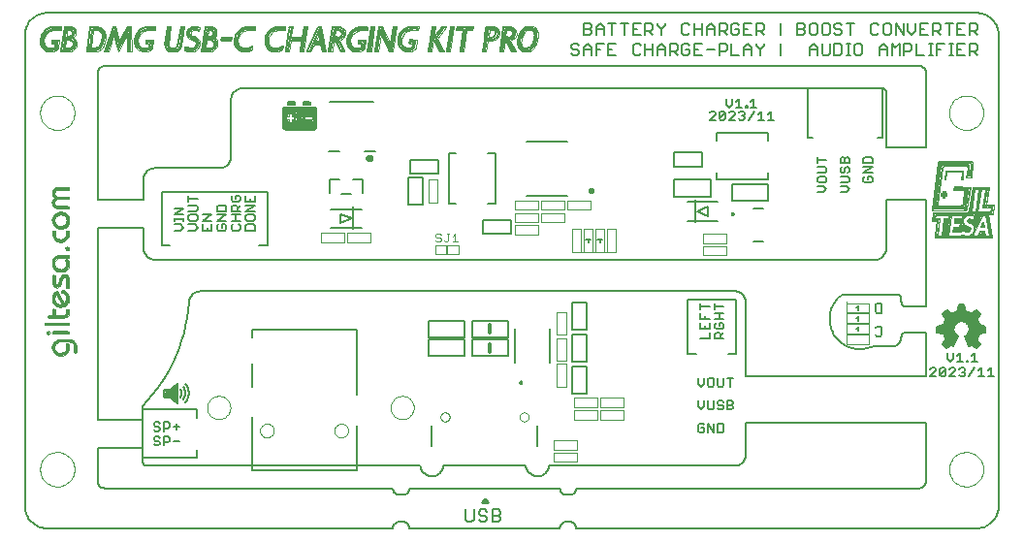
<source format=gto>
G75*
G70*
%OFA0B0*%
%FSLAX24Y24*%
%IPPOS*%
%LPD*%
%AMOC8*
5,1,8,0,0,1.08239X$1,22.5*
%
%ADD10C,0.0060*%
%ADD11C,0.0050*%
%ADD12C,0.0000*%
%ADD13C,0.0040*%
%ADD14C,0.0080*%
%ADD15C,0.0100*%
%ADD16C,0.0070*%
%ADD17C,0.0160*%
%ADD18C,0.0039*%
%ADD19C,0.0020*%
%ADD20C,0.0079*%
%ADD21R,0.0079X0.0800*%
%ADD22C,0.0140*%
%ADD23C,0.0120*%
%ADD24C,0.0010*%
%ADD25C,0.0030*%
D10*
X014786Y006843D02*
X016028Y006843D01*
X016028Y007416D01*
X014786Y007416D01*
X014786Y006843D01*
X014786Y007494D02*
X016028Y007494D01*
X016028Y008067D01*
X014786Y008067D01*
X014786Y007494D01*
X016286Y007493D02*
X017528Y007493D01*
X017528Y008066D01*
X016286Y008066D01*
X016286Y007493D01*
X016286Y007416D02*
X016286Y006843D01*
X017528Y006843D01*
X017528Y007416D01*
X016286Y007416D01*
X019726Y007600D02*
X019726Y006655D01*
X020218Y006655D01*
X020218Y007600D01*
X019726Y007600D01*
X019726Y007755D02*
X019726Y008700D01*
X020218Y008700D01*
X020218Y007755D01*
X019726Y007755D01*
X019724Y006500D02*
X020216Y006500D01*
X020216Y005555D01*
X019724Y005555D01*
X019724Y006500D01*
X017617Y011043D02*
X016673Y011043D01*
X016673Y011535D01*
X017617Y011535D01*
X017617Y011043D01*
X018156Y012359D02*
X019575Y012359D01*
X019575Y014218D02*
X018156Y014218D01*
X015115Y013601D02*
X015115Y013109D01*
X014170Y013109D01*
X014170Y013601D01*
X015115Y013601D01*
X014587Y013001D02*
X014095Y013001D01*
X014095Y012056D01*
X014587Y012056D01*
X014587Y013001D01*
X012515Y012937D02*
X012515Y012467D01*
X012115Y012417D02*
X011795Y012417D01*
X011395Y012467D02*
X011395Y012937D01*
X011715Y012937D01*
X012195Y012937D02*
X012515Y012937D01*
X012152Y011577D02*
X011758Y011735D01*
X011758Y011420D01*
X012152Y011577D01*
X019701Y017260D02*
X019768Y017194D01*
X019901Y017194D01*
X019968Y017260D01*
X019968Y017327D01*
X019901Y017394D01*
X019768Y017394D01*
X019701Y017460D01*
X019701Y017527D01*
X019768Y017594D01*
X019901Y017594D01*
X019968Y017527D01*
X020125Y017460D02*
X020258Y017594D01*
X020392Y017460D01*
X020392Y017194D01*
X020548Y017194D02*
X020548Y017594D01*
X020815Y017594D01*
X020972Y017594D02*
X020972Y017194D01*
X021239Y017194D01*
X021105Y017394D02*
X020972Y017394D01*
X020972Y017594D02*
X021239Y017594D01*
X021819Y017527D02*
X021819Y017260D01*
X021886Y017194D01*
X022019Y017194D01*
X022086Y017260D01*
X022243Y017194D02*
X022243Y017594D01*
X022086Y017527D02*
X022019Y017594D01*
X021886Y017594D01*
X021819Y017527D01*
X022243Y017394D02*
X022510Y017394D01*
X022666Y017394D02*
X022933Y017394D01*
X022933Y017460D02*
X022933Y017194D01*
X023090Y017194D02*
X023090Y017594D01*
X023290Y017594D01*
X023357Y017527D01*
X023357Y017394D01*
X023290Y017327D01*
X023090Y017327D01*
X023223Y017327D02*
X023357Y017194D01*
X023513Y017260D02*
X023580Y017194D01*
X023713Y017194D01*
X023780Y017260D01*
X023780Y017394D01*
X023647Y017394D01*
X023780Y017527D02*
X023713Y017594D01*
X023580Y017594D01*
X023513Y017527D01*
X023513Y017260D01*
X023937Y017194D02*
X024204Y017194D01*
X024070Y017394D02*
X023937Y017394D01*
X023937Y017594D02*
X023937Y017194D01*
X024360Y017394D02*
X024627Y017394D01*
X024784Y017327D02*
X024984Y017327D01*
X025051Y017394D01*
X025051Y017527D01*
X024984Y017594D01*
X024784Y017594D01*
X024784Y017194D01*
X025208Y017194D02*
X025474Y017194D01*
X025631Y017194D02*
X025631Y017460D01*
X025765Y017594D01*
X025898Y017460D01*
X025898Y017194D01*
X025898Y017394D02*
X025631Y017394D01*
X026055Y017527D02*
X026188Y017394D01*
X026188Y017194D01*
X026188Y017394D02*
X026322Y017527D01*
X026322Y017594D01*
X026055Y017594D02*
X026055Y017527D01*
X026055Y017895D02*
X026055Y018295D01*
X026255Y018295D01*
X026322Y018229D01*
X026322Y018095D01*
X026255Y018029D01*
X026055Y018029D01*
X026188Y018029D02*
X026322Y017895D01*
X025898Y017895D02*
X025631Y017895D01*
X025631Y018295D01*
X025898Y018295D01*
X025765Y018095D02*
X025631Y018095D01*
X025474Y018095D02*
X025341Y018095D01*
X025474Y018095D02*
X025474Y017962D01*
X025408Y017895D01*
X025274Y017895D01*
X025208Y017962D01*
X025208Y018229D01*
X025274Y018295D01*
X025408Y018295D01*
X025474Y018229D01*
X025051Y018229D02*
X025051Y018095D01*
X024984Y018029D01*
X024784Y018029D01*
X024917Y018029D02*
X025051Y017895D01*
X024784Y017895D02*
X024784Y018295D01*
X024984Y018295D01*
X025051Y018229D01*
X024627Y018162D02*
X024627Y017895D01*
X024627Y018095D02*
X024360Y018095D01*
X024360Y018162D02*
X024494Y018295D01*
X024627Y018162D01*
X024360Y018162D02*
X024360Y017895D01*
X024204Y017895D02*
X024204Y018295D01*
X024204Y018095D02*
X023937Y018095D01*
X023937Y017895D02*
X023937Y018295D01*
X023780Y018229D02*
X023713Y018295D01*
X023580Y018295D01*
X023513Y018229D01*
X023513Y017962D01*
X023580Y017895D01*
X023713Y017895D01*
X023780Y017962D01*
X023937Y017594D02*
X024204Y017594D01*
X025208Y017594D02*
X025208Y017194D01*
X026902Y017194D02*
X026902Y017594D01*
X026902Y017895D02*
X026902Y018295D01*
X027467Y018295D02*
X027667Y018295D01*
X027733Y018229D01*
X027733Y018162D01*
X027667Y018095D01*
X027467Y018095D01*
X027667Y018095D02*
X027733Y018029D01*
X027733Y017962D01*
X027667Y017895D01*
X027467Y017895D01*
X027467Y018295D01*
X027890Y018229D02*
X027890Y017962D01*
X027957Y017895D01*
X028090Y017895D01*
X028157Y017962D01*
X028157Y018229D01*
X028090Y018295D01*
X027957Y018295D01*
X027890Y018229D01*
X028314Y018229D02*
X028314Y017962D01*
X028380Y017895D01*
X028514Y017895D01*
X028581Y017962D01*
X028581Y018229D01*
X028514Y018295D01*
X028380Y018295D01*
X028314Y018229D01*
X028737Y018229D02*
X028737Y018162D01*
X028804Y018095D01*
X028937Y018095D01*
X029004Y018029D01*
X029004Y017962D01*
X028937Y017895D01*
X028804Y017895D01*
X028737Y017962D01*
X029294Y017895D02*
X029294Y018295D01*
X029161Y018295D02*
X029428Y018295D01*
X029004Y018229D02*
X028937Y018295D01*
X028804Y018295D01*
X028737Y018229D01*
X030008Y018229D02*
X030008Y017962D01*
X030075Y017895D01*
X030208Y017895D01*
X030275Y017962D01*
X030431Y017962D02*
X030498Y017895D01*
X030632Y017895D01*
X030698Y017962D01*
X030698Y018229D01*
X030632Y018295D01*
X030498Y018295D01*
X030431Y018229D01*
X030431Y017962D01*
X030855Y017895D02*
X030855Y018295D01*
X031122Y017895D01*
X031122Y018295D01*
X031279Y018295D02*
X031279Y018029D01*
X031412Y017895D01*
X031546Y018029D01*
X031546Y018295D01*
X031702Y018295D02*
X031702Y017895D01*
X031969Y017895D01*
X032126Y017895D02*
X032126Y018295D01*
X032326Y018295D01*
X032393Y018229D01*
X032393Y018095D01*
X032326Y018029D01*
X032126Y018029D01*
X032259Y018029D02*
X032393Y017895D01*
X032683Y017895D02*
X032683Y018295D01*
X032816Y018295D02*
X032549Y018295D01*
X032973Y018295D02*
X032973Y017895D01*
X033240Y017895D01*
X033396Y017895D02*
X033396Y018295D01*
X033597Y018295D01*
X033663Y018229D01*
X033663Y018095D01*
X033597Y018029D01*
X033396Y018029D01*
X033530Y018029D02*
X033663Y017895D01*
X033597Y017594D02*
X033396Y017594D01*
X033396Y017194D01*
X033396Y017327D02*
X033597Y017327D01*
X033663Y017394D01*
X033663Y017527D01*
X033597Y017594D01*
X033530Y017327D02*
X033663Y017194D01*
X033240Y017194D02*
X032973Y017194D01*
X032973Y017594D01*
X033240Y017594D01*
X033106Y017394D02*
X032973Y017394D01*
X032824Y017594D02*
X032690Y017594D01*
X032757Y017594D02*
X032757Y017194D01*
X032690Y017194D02*
X032824Y017194D01*
X032400Y017394D02*
X032267Y017394D01*
X032267Y017194D02*
X032267Y017594D01*
X032534Y017594D01*
X032118Y017594D02*
X031985Y017594D01*
X032051Y017594D02*
X032051Y017194D01*
X031985Y017194D02*
X032118Y017194D01*
X031828Y017194D02*
X031561Y017194D01*
X031561Y017594D01*
X031404Y017527D02*
X031404Y017394D01*
X031338Y017327D01*
X031137Y017327D01*
X031137Y017194D02*
X031137Y017594D01*
X031338Y017594D01*
X031404Y017527D01*
X030981Y017594D02*
X030981Y017194D01*
X030714Y017194D02*
X030714Y017594D01*
X030847Y017460D01*
X030981Y017594D01*
X030557Y017460D02*
X030557Y017194D01*
X030557Y017394D02*
X030290Y017394D01*
X030290Y017460D02*
X030290Y017194D01*
X029710Y017260D02*
X029710Y017527D01*
X029643Y017594D01*
X029510Y017594D01*
X029443Y017527D01*
X029443Y017260D01*
X029510Y017194D01*
X029643Y017194D01*
X029710Y017260D01*
X030290Y017460D02*
X030424Y017594D01*
X030557Y017460D01*
X031702Y018095D02*
X031836Y018095D01*
X031969Y018295D02*
X031702Y018295D01*
X032973Y018295D02*
X033240Y018295D01*
X033106Y018095D02*
X032973Y018095D01*
X030275Y018229D02*
X030208Y018295D01*
X030075Y018295D01*
X030008Y018229D01*
X029294Y017594D02*
X029161Y017594D01*
X029228Y017594D02*
X029228Y017194D01*
X029294Y017194D02*
X029161Y017194D01*
X029004Y017260D02*
X029004Y017527D01*
X028937Y017594D01*
X028737Y017594D01*
X028737Y017194D01*
X028937Y017194D01*
X029004Y017260D01*
X028581Y017260D02*
X028514Y017194D01*
X028380Y017194D01*
X028314Y017260D01*
X028314Y017594D01*
X028157Y017460D02*
X028157Y017194D01*
X028157Y017394D02*
X027890Y017394D01*
X027890Y017460D02*
X027890Y017194D01*
X027890Y017460D02*
X028024Y017594D01*
X028157Y017460D01*
X028581Y017594D02*
X028581Y017260D01*
X025970Y015695D02*
X025970Y015394D01*
X025870Y015394D02*
X026070Y015394D01*
X025987Y015265D02*
X025787Y014964D01*
X025655Y015014D02*
X025605Y014964D01*
X025505Y014964D01*
X025455Y015014D01*
X025324Y014964D02*
X025124Y014964D01*
X025324Y015164D01*
X025324Y015215D01*
X025274Y015265D01*
X025174Y015265D01*
X025124Y015215D01*
X024992Y015215D02*
X024792Y015014D01*
X024842Y014964D01*
X024942Y014964D01*
X024992Y015014D01*
X024992Y015215D01*
X024942Y015265D01*
X024842Y015265D01*
X024792Y015215D01*
X024792Y015014D01*
X024661Y014964D02*
X024461Y014964D01*
X024661Y015164D01*
X024661Y015215D01*
X024611Y015265D01*
X024511Y015265D01*
X024461Y015215D01*
X025041Y015494D02*
X025141Y015394D01*
X025241Y015494D01*
X025241Y015695D01*
X025372Y015594D02*
X025472Y015695D01*
X025472Y015394D01*
X025372Y015394D02*
X025573Y015394D01*
X025704Y015394D02*
X025754Y015394D01*
X025754Y015444D01*
X025704Y015444D01*
X025704Y015394D01*
X025605Y015265D02*
X025655Y015215D01*
X025655Y015164D01*
X025605Y015114D01*
X025655Y015064D01*
X025655Y015014D01*
X025605Y015114D02*
X025555Y015114D01*
X025455Y015215D02*
X025505Y015265D01*
X025605Y015265D01*
X026118Y015164D02*
X026218Y015265D01*
X026218Y014964D01*
X026118Y014964D02*
X026318Y014964D01*
X026450Y014964D02*
X026650Y014964D01*
X026550Y014964D02*
X026550Y015265D01*
X026450Y015164D01*
X025970Y015695D02*
X025870Y015594D01*
X025041Y015695D02*
X025041Y015494D01*
X022666Y017194D02*
X022666Y017460D01*
X022800Y017594D01*
X022933Y017460D01*
X022510Y017594D02*
X022510Y017194D01*
X022510Y017895D02*
X022376Y018029D01*
X022443Y018029D02*
X022243Y018029D01*
X022243Y017895D02*
X022243Y018295D01*
X022443Y018295D01*
X022510Y018229D01*
X022510Y018095D01*
X022443Y018029D01*
X022666Y018229D02*
X022800Y018095D01*
X022800Y017895D01*
X022800Y018095D02*
X022933Y018229D01*
X022933Y018295D01*
X022666Y018295D02*
X022666Y018229D01*
X022086Y018295D02*
X021819Y018295D01*
X021819Y017895D01*
X022086Y017895D01*
X021953Y018095D02*
X021819Y018095D01*
X021662Y018295D02*
X021396Y018295D01*
X021529Y018295D02*
X021529Y017895D01*
X021105Y017895D02*
X021105Y018295D01*
X020972Y018295D02*
X021239Y018295D01*
X020815Y018162D02*
X020815Y017895D01*
X020815Y018095D02*
X020548Y018095D01*
X020548Y018162D02*
X020682Y018295D01*
X020815Y018162D01*
X020548Y018162D02*
X020548Y017895D01*
X020392Y017962D02*
X020392Y018029D01*
X020325Y018095D01*
X020125Y018095D01*
X020125Y017895D02*
X020325Y017895D01*
X020392Y017962D01*
X020325Y018095D02*
X020392Y018162D01*
X020392Y018229D01*
X020325Y018295D01*
X020125Y018295D01*
X020125Y017895D01*
X020125Y017460D02*
X020125Y017194D01*
X020125Y017394D02*
X020392Y017394D01*
X020548Y017394D02*
X020682Y017394D01*
X023242Y013858D02*
X023242Y013366D01*
X024187Y013366D01*
X024187Y013858D01*
X023242Y013858D01*
X023243Y012913D02*
X023243Y012340D01*
X024484Y012340D01*
X024484Y012913D01*
X023243Y012913D01*
X024017Y011827D02*
X024411Y011985D01*
X024411Y011670D01*
X024017Y011827D01*
X025228Y012191D02*
X025228Y012764D01*
X026469Y012764D01*
X026469Y012191D01*
X025228Y012191D01*
X032267Y010959D02*
X034140Y010956D01*
X034115Y010956D01*
X033982Y011752D01*
X034018Y011735D02*
X034135Y010965D01*
X033872Y010999D02*
X033746Y010990D01*
X033781Y011067D01*
X033837Y011071D01*
X033813Y011031D01*
X033872Y010999D02*
X033860Y011122D01*
X033752Y011117D01*
X033684Y010971D01*
X033500Y011043D02*
X033470Y010974D01*
X033409Y010969D02*
X033500Y011043D01*
X033369Y011196D02*
X033320Y011181D01*
X033222Y011185D01*
X033170Y011203D01*
X033119Y011200D01*
X033088Y011181D01*
X033011Y011182D01*
X032929Y011184D01*
X032888Y011184D01*
X032839Y011194D01*
X033071Y011211D01*
X033340Y011228D01*
X033173Y011315D01*
X033155Y011352D01*
X033135Y011270D01*
X033222Y011253D01*
X033105Y011249D01*
X033080Y011243D02*
X033115Y011414D01*
X033149Y011416D01*
X033190Y011349D01*
X033253Y011296D01*
X033335Y011266D01*
X033370Y011243D01*
X033369Y011196D01*
X033575Y011233D02*
X033575Y011355D01*
X033510Y011423D01*
X033438Y011461D01*
X033352Y011494D01*
X033371Y011532D01*
X033414Y011535D01*
X033510Y011522D01*
X033574Y011552D01*
X033585Y011631D01*
X033571Y011707D01*
X033736Y011709D01*
X033703Y011627D01*
X033624Y011668D01*
X033691Y011662D01*
X033691Y011581D01*
X033601Y011380D01*
X033438Y011507D01*
X033539Y011494D01*
X033594Y011435D01*
X033657Y011603D01*
X033626Y011631D01*
X033575Y011499D01*
X033575Y011233D02*
X033793Y011712D01*
X033634Y011796D02*
X033752Y012646D01*
X033234Y011716D02*
X033250Y011704D01*
X033234Y011716D02*
X033191Y011654D01*
X033175Y011721D02*
X033148Y011580D01*
X033130Y011533D02*
X033125Y011476D01*
X032900Y011496D01*
X032895Y011468D01*
X033115Y011453D01*
X033130Y011533D02*
X032897Y011537D01*
X032698Y011554D02*
X032726Y011729D01*
X032853Y011243D02*
X033080Y011243D01*
X033158Y010988D02*
X033168Y010988D01*
X033136Y010980D02*
X033111Y010959D01*
X033814Y011328D02*
X033857Y011321D01*
X033851Y011374D01*
X033843Y011427D02*
X033814Y011328D01*
X033207Y008614D02*
X033017Y008614D01*
X032967Y008374D01*
X032977Y008364D02*
X033027Y008564D01*
X033177Y008564D01*
X033227Y008364D01*
X033427Y008264D01*
X033627Y008414D01*
X033727Y008314D01*
X033627Y008114D01*
X033727Y007864D01*
X033927Y007864D01*
X033927Y007714D01*
X033677Y007664D01*
X033627Y007414D01*
X033727Y007264D01*
X033627Y007164D01*
X033477Y007264D01*
X033377Y007214D01*
X033277Y007514D01*
X033427Y007714D01*
X033377Y007964D01*
X033177Y008064D01*
X032977Y008064D01*
X032827Y007914D01*
X032827Y007614D01*
X032977Y007514D01*
X032827Y007264D01*
X032777Y007264D01*
X032627Y007164D01*
X032527Y007264D01*
X032627Y007414D01*
X032527Y007664D01*
X032327Y007714D01*
X032327Y007864D01*
X032527Y007864D01*
X032627Y008114D01*
X032477Y008314D01*
X032627Y008414D01*
X032777Y008264D01*
X032977Y008364D01*
X032963Y008357D02*
X033241Y008357D01*
X033257Y008374D02*
X033207Y008614D01*
X033185Y008532D02*
X033019Y008532D01*
X033005Y008474D02*
X033200Y008474D01*
X033214Y008415D02*
X032990Y008415D01*
X032846Y008298D02*
X033358Y008298D01*
X033437Y008304D02*
X033637Y008434D01*
X033777Y008294D01*
X033637Y008104D01*
X033632Y008123D02*
X032621Y008123D01*
X032587Y008104D02*
X032457Y008294D01*
X032597Y008434D01*
X032787Y008304D01*
X032743Y008298D02*
X032489Y008298D01*
X032533Y008240D02*
X033690Y008240D01*
X033661Y008181D02*
X032577Y008181D01*
X032607Y008064D02*
X033647Y008064D01*
X033670Y008006D02*
X033293Y008006D01*
X033381Y007947D02*
X033694Y007947D01*
X033727Y007914D02*
X033947Y007874D01*
X033947Y007674D01*
X033727Y007634D01*
X033675Y007655D02*
X033383Y007655D01*
X033427Y007713D02*
X033924Y007713D01*
X033927Y007772D02*
X033416Y007772D01*
X033404Y007830D02*
X033927Y007830D01*
X033717Y007889D02*
X033392Y007889D01*
X033642Y008103D02*
X033664Y008068D01*
X033684Y008032D01*
X033702Y007994D01*
X033717Y007955D01*
X033729Y007915D01*
X033664Y007596D02*
X033339Y007596D01*
X033295Y007538D02*
X033652Y007538D01*
X033640Y007479D02*
X033289Y007479D01*
X033308Y007421D02*
X033629Y007421D01*
X033647Y007434D02*
X033777Y007254D01*
X033637Y007114D01*
X033457Y007234D01*
X033377Y007194D01*
X033237Y007534D01*
X033328Y007362D02*
X033662Y007362D01*
X033701Y007304D02*
X033347Y007304D01*
X033367Y007245D02*
X033440Y007245D01*
X033505Y007245D02*
X033709Y007245D01*
X033650Y007187D02*
X033593Y007187D01*
X033551Y006943D02*
X033551Y006642D01*
X033451Y006642D02*
X033651Y006642D01*
X033568Y006444D02*
X033368Y006143D01*
X033237Y006193D02*
X033186Y006143D01*
X033086Y006143D01*
X033036Y006193D01*
X032905Y006143D02*
X032705Y006143D01*
X032905Y006344D01*
X032905Y006394D01*
X032855Y006444D01*
X032755Y006444D01*
X032705Y006394D01*
X032574Y006394D02*
X032373Y006193D01*
X032423Y006143D01*
X032524Y006143D01*
X032574Y006193D01*
X032574Y006394D01*
X032524Y006444D01*
X032423Y006444D01*
X032373Y006394D01*
X032373Y006193D01*
X032242Y006143D02*
X032042Y006143D01*
X032242Y006344D01*
X032242Y006394D01*
X032192Y006444D01*
X032092Y006444D01*
X032042Y006394D01*
X032622Y006742D02*
X032722Y006642D01*
X032822Y006742D01*
X032822Y006943D01*
X032953Y006842D02*
X033054Y006943D01*
X033054Y006642D01*
X033154Y006642D02*
X032953Y006642D01*
X033086Y006444D02*
X033186Y006444D01*
X033237Y006394D01*
X033237Y006344D01*
X033186Y006294D01*
X033237Y006244D01*
X033237Y006193D01*
X033186Y006294D02*
X033136Y006294D01*
X033036Y006394D02*
X033086Y006444D01*
X033285Y006642D02*
X033335Y006642D01*
X033335Y006692D01*
X033285Y006692D01*
X033285Y006642D01*
X033451Y006842D02*
X033551Y006943D01*
X032847Y007194D02*
X032777Y007234D01*
X032597Y007114D01*
X032457Y007254D01*
X032577Y007434D01*
X032624Y007421D02*
X032921Y007421D01*
X032886Y007362D02*
X032593Y007362D01*
X032554Y007304D02*
X032851Y007304D01*
X032847Y007194D02*
X032997Y007534D01*
X032941Y007538D02*
X032578Y007538D01*
X032601Y007479D02*
X032956Y007479D01*
X032854Y007596D02*
X032554Y007596D01*
X032531Y007655D02*
X032827Y007655D01*
X032827Y007713D02*
X032330Y007713D01*
X032327Y007772D02*
X032827Y007772D01*
X032827Y007830D02*
X032327Y007830D01*
X032277Y007874D02*
X032507Y007914D01*
X032537Y007889D02*
X032827Y007889D01*
X032861Y007947D02*
X032561Y007947D01*
X032584Y008006D02*
X032919Y008006D01*
X032499Y007618D02*
X032514Y007571D01*
X032532Y007525D01*
X032554Y007481D01*
X032579Y007439D01*
X032546Y007245D02*
X032749Y007245D01*
X032662Y007187D02*
X032604Y007187D01*
X032622Y006943D02*
X032622Y006742D01*
X033699Y006344D02*
X033799Y006444D01*
X033799Y006143D01*
X033699Y006143D02*
X033899Y006143D01*
X034031Y006143D02*
X034231Y006143D01*
X034131Y006143D02*
X034131Y006444D01*
X034031Y006344D01*
X032505Y007916D02*
X032516Y007956D01*
X032530Y007995D01*
X032546Y008032D01*
X032565Y008069D01*
X032586Y008104D01*
X032542Y008357D02*
X032684Y008357D01*
X032277Y007874D02*
X032277Y007674D01*
X032497Y007634D01*
X032790Y008300D02*
X032832Y008323D01*
X032875Y008342D01*
X032920Y008359D01*
X032966Y008371D01*
X033473Y008298D02*
X033719Y008298D01*
X033684Y008357D02*
X033551Y008357D01*
X033237Y007534D02*
X033265Y007550D01*
X033292Y007569D01*
X033315Y007591D01*
X033336Y007616D01*
X033354Y007644D01*
X033369Y007673D01*
X033379Y007704D01*
X033387Y007735D01*
X033390Y007768D01*
X033389Y007800D01*
X033385Y007833D01*
X033376Y007864D01*
X033364Y007894D01*
X033349Y007923D01*
X033330Y007950D01*
X033308Y007974D01*
X033284Y007995D01*
X033257Y008014D01*
X033228Y008029D01*
X033197Y008040D01*
X033166Y008048D01*
X033133Y008052D01*
X033101Y008052D01*
X033068Y008048D01*
X033037Y008040D01*
X033006Y008029D01*
X032977Y008014D01*
X032950Y007995D01*
X032926Y007974D01*
X032904Y007950D01*
X032885Y007923D01*
X032870Y007894D01*
X032858Y007864D01*
X032849Y007833D01*
X032845Y007800D01*
X032844Y007768D01*
X032847Y007735D01*
X032855Y007704D01*
X032865Y007673D01*
X032880Y007644D01*
X032898Y007616D01*
X032919Y007591D01*
X032942Y007569D01*
X032969Y007550D01*
X032997Y007534D01*
X033646Y007436D02*
X033668Y007473D01*
X033687Y007512D01*
X033703Y007552D01*
X033716Y007593D01*
X033726Y007635D01*
X033437Y008304D02*
X033394Y008327D01*
X033350Y008347D01*
X033304Y008363D01*
X033258Y008375D01*
D11*
X013576Y000927D02*
X001677Y000927D01*
X001623Y000929D01*
X001570Y000935D01*
X001518Y000944D01*
X001466Y000957D01*
X001415Y000974D01*
X001365Y000995D01*
X001318Y001019D01*
X001272Y001046D01*
X001228Y001077D01*
X001186Y001110D01*
X001147Y001147D01*
X001110Y001186D01*
X001077Y001228D01*
X001046Y001272D01*
X001019Y001318D01*
X000995Y001365D01*
X000974Y001415D01*
X000957Y001466D01*
X000944Y001518D01*
X000935Y001570D01*
X000929Y001623D01*
X000927Y001677D01*
X000927Y017896D01*
X000929Y017949D01*
X000935Y018003D01*
X000944Y018055D01*
X000958Y018107D01*
X000975Y018158D01*
X000995Y018207D01*
X001019Y018255D01*
X001046Y018301D01*
X001077Y018345D01*
X001111Y018386D01*
X001147Y018425D01*
X001186Y018462D01*
X001228Y018495D01*
X001272Y018526D01*
X001318Y018553D01*
X001366Y018577D01*
X001415Y018597D01*
X001466Y018614D01*
X001518Y018627D01*
X001570Y018637D01*
X001624Y018642D01*
X001677Y018644D01*
X033631Y018644D01*
X033684Y018643D01*
X033738Y018637D01*
X033791Y018628D01*
X033843Y018615D01*
X033895Y018599D01*
X033945Y018578D01*
X033993Y018555D01*
X034040Y018528D01*
X034084Y018497D01*
X034126Y018464D01*
X034166Y018427D01*
X034203Y018388D01*
X034237Y018347D01*
X034269Y018303D01*
X034297Y018257D01*
X034321Y018209D01*
X034342Y018159D01*
X034360Y018108D01*
X034373Y018056D01*
X034383Y018003D01*
X034390Y017949D01*
X034392Y017895D01*
X034392Y017896D02*
X034392Y001677D01*
X034390Y001624D01*
X034384Y001570D01*
X034374Y001517D01*
X034360Y001465D01*
X034342Y001414D01*
X034321Y001364D01*
X034297Y001316D01*
X034269Y001270D01*
X034238Y001226D01*
X034204Y001184D01*
X034167Y001145D01*
X034127Y001108D01*
X034085Y001075D01*
X034040Y001044D01*
X033993Y001017D01*
X033945Y000993D01*
X033895Y000973D01*
X033844Y000956D01*
X033791Y000943D01*
X033738Y000934D01*
X033684Y000929D01*
X033630Y000927D01*
X033631Y000927D02*
X019869Y000927D01*
X019869Y000928D02*
X019868Y000956D01*
X019864Y000984D01*
X019857Y001011D01*
X019845Y001037D01*
X019831Y001062D01*
X019813Y001084D01*
X019793Y001104D01*
X019770Y001121D01*
X019745Y001135D01*
X019719Y001145D01*
X019692Y001152D01*
X019663Y001156D01*
X019663Y001155D02*
X019513Y001155D01*
X019485Y001151D01*
X019458Y001144D01*
X019432Y001133D01*
X019408Y001119D01*
X019386Y001102D01*
X019366Y001082D01*
X019349Y001060D01*
X019335Y001036D01*
X019324Y001010D01*
X019317Y000983D01*
X019313Y000955D01*
X019313Y000927D01*
X014126Y000927D01*
X014126Y000955D01*
X014122Y000983D01*
X014115Y001010D01*
X014104Y001036D01*
X014090Y001060D01*
X014073Y001082D01*
X014053Y001102D01*
X014031Y001119D01*
X014007Y001133D01*
X013981Y001144D01*
X013954Y001151D01*
X013926Y001155D01*
X013776Y001155D01*
X013748Y001151D01*
X013721Y001144D01*
X013695Y001133D01*
X013671Y001119D01*
X013649Y001102D01*
X013629Y001082D01*
X013612Y001060D01*
X013598Y001036D01*
X013587Y001010D01*
X013580Y000983D01*
X013576Y000955D01*
X013576Y000927D01*
X013776Y002077D02*
X013926Y002077D01*
X013954Y002081D01*
X013981Y002088D01*
X014007Y002099D01*
X014031Y002113D01*
X014053Y002130D01*
X014073Y002150D01*
X014090Y002172D01*
X014104Y002196D01*
X014115Y002222D01*
X014122Y002249D01*
X014126Y002277D01*
X014126Y002305D01*
X019313Y002305D01*
X019313Y002277D01*
X019317Y002249D01*
X019324Y002222D01*
X019335Y002196D01*
X019349Y002172D01*
X019366Y002150D01*
X019386Y002130D01*
X019408Y002113D01*
X019432Y002099D01*
X019458Y002088D01*
X019485Y002081D01*
X019513Y002077D01*
X019663Y002077D01*
X019692Y002081D01*
X019719Y002088D01*
X019745Y002098D01*
X019770Y002112D01*
X019793Y002129D01*
X019813Y002149D01*
X019831Y002171D01*
X019845Y002196D01*
X019857Y002222D01*
X019864Y002249D01*
X019868Y002277D01*
X019869Y002305D01*
X031642Y002305D01*
X031672Y002307D01*
X031702Y002312D01*
X031731Y002321D01*
X031758Y002334D01*
X031784Y002349D01*
X031808Y002368D01*
X031829Y002389D01*
X031848Y002413D01*
X031863Y002439D01*
X031876Y002466D01*
X031885Y002495D01*
X031890Y002525D01*
X031892Y002555D01*
X031892Y004570D01*
X025710Y004570D01*
X025710Y003477D01*
X025708Y003438D01*
X025702Y003399D01*
X025693Y003361D01*
X025680Y003324D01*
X025663Y003288D01*
X025643Y003255D01*
X025619Y003223D01*
X025593Y003194D01*
X025564Y003168D01*
X025532Y003144D01*
X025499Y003124D01*
X025463Y003107D01*
X025426Y003094D01*
X025388Y003085D01*
X025349Y003079D01*
X025310Y003077D01*
X018928Y003077D01*
X018928Y003078D02*
X018923Y003039D01*
X018914Y003001D01*
X018901Y002964D01*
X018885Y002929D01*
X018865Y002895D01*
X018842Y002863D01*
X018816Y002834D01*
X018787Y002808D01*
X018756Y002785D01*
X018722Y002764D01*
X018687Y002748D01*
X018650Y002734D01*
X018613Y002725D01*
X018574Y002719D01*
X018535Y002717D01*
X018496Y002719D01*
X018457Y002725D01*
X018420Y002734D01*
X018383Y002748D01*
X018348Y002764D01*
X018314Y002785D01*
X018283Y002808D01*
X018254Y002834D01*
X018228Y002863D01*
X018205Y002895D01*
X018185Y002929D01*
X018169Y002964D01*
X018156Y003001D01*
X018147Y003039D01*
X018142Y003078D01*
X018141Y003077D02*
X015298Y003077D01*
X015298Y003078D02*
X015293Y003039D01*
X015284Y003001D01*
X015271Y002964D01*
X015255Y002929D01*
X015235Y002895D01*
X015212Y002863D01*
X015186Y002834D01*
X015157Y002808D01*
X015126Y002785D01*
X015092Y002764D01*
X015057Y002748D01*
X015020Y002734D01*
X014983Y002725D01*
X014944Y002719D01*
X014905Y002717D01*
X014866Y002719D01*
X014827Y002725D01*
X014790Y002734D01*
X014753Y002748D01*
X014718Y002764D01*
X014684Y002785D01*
X014653Y002808D01*
X014624Y002834D01*
X014598Y002863D01*
X014575Y002895D01*
X014555Y002929D01*
X014539Y002964D01*
X014526Y003001D01*
X014517Y003039D01*
X014512Y003078D01*
X014511Y003077D02*
X005110Y003077D01*
X005085Y003082D01*
X005062Y003091D01*
X005039Y003103D01*
X005019Y003118D01*
X005001Y003136D01*
X004986Y003156D01*
X004974Y003178D01*
X004965Y003202D01*
X004960Y003227D01*
X004958Y003252D01*
X004960Y003277D01*
X004960Y003683D01*
X003427Y003683D01*
X003427Y002527D01*
X003431Y002499D01*
X003438Y002471D01*
X003448Y002444D01*
X003461Y002419D01*
X003477Y002396D01*
X003496Y002374D01*
X003517Y002355D01*
X003541Y002339D01*
X003566Y002326D01*
X003593Y002316D01*
X003620Y002309D01*
X003648Y002305D01*
X003677Y002305D01*
X013576Y002305D01*
X013576Y002277D01*
X013580Y002249D01*
X013587Y002222D01*
X013598Y002196D01*
X013612Y002172D01*
X013629Y002150D01*
X013649Y002130D01*
X013671Y002113D01*
X013695Y002099D01*
X013721Y002088D01*
X013748Y002081D01*
X013776Y002077D01*
X012347Y002910D02*
X012347Y004471D01*
X012347Y005522D02*
X012347Y007753D01*
X008725Y007753D01*
X008725Y007505D01*
X008725Y006583D02*
X008725Y005797D01*
X008725Y004747D02*
X008725Y002910D01*
X012347Y002910D01*
X006228Y003931D02*
X006021Y003931D01*
X005896Y003931D02*
X005845Y003880D01*
X005689Y003880D01*
X005689Y003776D02*
X005689Y004087D01*
X005845Y004087D01*
X005896Y004035D01*
X005896Y003931D01*
X005565Y003880D02*
X005565Y003828D01*
X005513Y003776D01*
X005410Y003776D01*
X005358Y003828D01*
X005410Y003931D02*
X005513Y003931D01*
X005565Y003880D01*
X005565Y004035D02*
X005513Y004087D01*
X005410Y004087D01*
X005358Y004035D01*
X005358Y003983D01*
X005410Y003931D01*
X005410Y004268D02*
X005358Y004320D01*
X005410Y004268D02*
X005513Y004268D01*
X005565Y004320D01*
X005565Y004372D01*
X005513Y004424D01*
X005410Y004424D01*
X005358Y004475D01*
X005358Y004527D01*
X005410Y004579D01*
X005513Y004579D01*
X005565Y004527D01*
X005689Y004579D02*
X005845Y004579D01*
X005896Y004527D01*
X005896Y004424D01*
X005845Y004372D01*
X005689Y004372D01*
X005689Y004268D02*
X005689Y004579D01*
X006021Y004424D02*
X006228Y004424D01*
X006124Y004527D02*
X006124Y004320D01*
X004960Y004671D02*
X003427Y004671D01*
X003427Y011245D01*
X004994Y011245D01*
X004994Y010564D01*
X004996Y010525D01*
X005002Y010486D01*
X005011Y010448D01*
X005024Y010411D01*
X005041Y010375D01*
X005061Y010342D01*
X005085Y010310D01*
X005111Y010281D01*
X005140Y010255D01*
X005172Y010231D01*
X005205Y010211D01*
X005241Y010194D01*
X005278Y010181D01*
X005316Y010172D01*
X005355Y010166D01*
X005394Y010164D01*
X030138Y010164D01*
X030177Y010166D01*
X030216Y010172D01*
X030254Y010181D01*
X030291Y010194D01*
X030327Y010211D01*
X030360Y010231D01*
X030392Y010255D01*
X030421Y010281D01*
X030447Y010310D01*
X030471Y010342D01*
X030491Y010375D01*
X030508Y010411D01*
X030521Y010448D01*
X030530Y010486D01*
X030536Y010525D01*
X030538Y010564D01*
X030538Y012220D01*
X031892Y012220D01*
X031892Y008560D01*
X031192Y008560D01*
X031169Y008564D01*
X031147Y008571D01*
X031126Y008581D01*
X031107Y008594D01*
X031090Y008610D01*
X031076Y008628D01*
X031064Y008648D01*
X031055Y008669D01*
X031049Y008691D01*
X031046Y008714D01*
X031047Y008737D01*
X031046Y008738D02*
X031046Y008800D01*
X031046Y008823D01*
X031042Y008846D01*
X031036Y008868D01*
X031026Y008889D01*
X031014Y008908D01*
X030999Y008925D01*
X030981Y008940D01*
X030962Y008953D01*
X030941Y008962D01*
X030919Y008968D01*
X030896Y008972D01*
X029019Y008972D01*
X029497Y008512D02*
X029576Y008512D01*
X029576Y008591D01*
X029576Y008512D02*
X029576Y008433D01*
X029576Y008231D02*
X029576Y008152D01*
X029497Y008152D01*
X029576Y008152D02*
X029576Y008073D01*
X030071Y007190D02*
X030014Y007164D01*
X029955Y007142D01*
X029895Y007124D01*
X029833Y007110D01*
X029771Y007099D01*
X029709Y007092D01*
X029646Y007088D01*
X029583Y007089D01*
X029520Y007093D01*
X029458Y007101D01*
X029396Y007113D01*
X029335Y007129D01*
X029275Y007148D01*
X029217Y007171D01*
X029160Y007197D01*
X029104Y007227D01*
X029051Y007260D01*
X028999Y007296D01*
X028950Y007335D01*
X028904Y007377D01*
X028859Y007422D01*
X028818Y007470D01*
X028780Y007520D01*
X028745Y007572D01*
X028713Y007626D01*
X028684Y007682D01*
X028659Y007740D01*
X028637Y007799D01*
X028619Y007859D01*
X028605Y007920D01*
X028594Y007982D01*
X028587Y008045D01*
X028584Y008108D01*
X028585Y008170D01*
X028589Y008233D01*
X028598Y008296D01*
X028610Y008357D01*
X028626Y008418D01*
X028645Y008478D01*
X028668Y008537D01*
X028695Y008594D01*
X028725Y008649D01*
X028758Y008702D01*
X028794Y008754D01*
X028834Y008803D01*
X028876Y008849D01*
X028921Y008893D01*
X028969Y008934D01*
X029019Y008972D01*
X029576Y007871D02*
X029576Y007792D01*
X029497Y007792D01*
X029576Y007792D02*
X029576Y007713D01*
X030071Y007190D02*
X030731Y007190D01*
X030764Y007192D01*
X030797Y007198D01*
X030829Y007207D01*
X030860Y007219D01*
X030890Y007234D01*
X030918Y007253D01*
X030943Y007274D01*
X030966Y007298D01*
X030987Y007324D01*
X031005Y007352D01*
X031020Y007382D01*
X031031Y007413D01*
X031040Y007445D01*
X031045Y007478D01*
X031046Y007511D01*
X031047Y007511D02*
X031050Y007534D01*
X031057Y007556D01*
X031067Y007577D01*
X031080Y007597D01*
X031095Y007614D01*
X031113Y007629D01*
X031133Y007641D01*
X031154Y007651D01*
X031177Y007657D01*
X031200Y007660D01*
X031223Y007659D01*
X031223Y007660D02*
X031892Y007660D01*
X031892Y006158D01*
X025710Y006158D01*
X025710Y008677D01*
X025708Y008716D01*
X025702Y008755D01*
X025693Y008793D01*
X025680Y008830D01*
X025663Y008866D01*
X025643Y008899D01*
X025619Y008931D01*
X025593Y008960D01*
X025564Y008986D01*
X025532Y009010D01*
X025499Y009030D01*
X025463Y009047D01*
X025426Y009060D01*
X025388Y009069D01*
X025349Y009075D01*
X025310Y009077D01*
X006960Y009077D01*
X006921Y009075D01*
X006882Y009069D01*
X006844Y009060D01*
X006807Y009047D01*
X006771Y009030D01*
X006738Y009010D01*
X006706Y008986D01*
X006677Y008960D01*
X006651Y008931D01*
X006627Y008899D01*
X006607Y008866D01*
X006590Y008830D01*
X006577Y008793D01*
X006568Y008755D01*
X006562Y008716D01*
X006560Y008677D01*
X002675Y007217D02*
X002665Y006982D01*
X002630Y006992D02*
X002645Y007072D01*
X002640Y007202D01*
X002630Y007302D01*
X002675Y007217D01*
X002620Y007257D02*
X002580Y007317D01*
X002510Y007352D01*
X002520Y007387D01*
X002625Y007317D01*
X002500Y007352D02*
X002465Y007362D01*
X001990Y007367D01*
X002065Y007402D01*
X002490Y007397D01*
X002390Y007257D02*
X002415Y007162D01*
X002390Y007037D01*
X002345Y006967D01*
X002285Y006922D01*
X002175Y006887D01*
X002040Y006907D01*
X001950Y006977D01*
X001900Y007062D01*
X001880Y007142D01*
X001895Y007237D01*
X001930Y007297D01*
X001975Y007342D01*
X002015Y007332D02*
X001950Y007267D01*
X001915Y007187D01*
X001925Y007082D01*
X001950Y007022D01*
X002020Y006962D01*
X002095Y006927D01*
X002165Y006927D01*
X002265Y006942D01*
X002325Y006992D01*
X002370Y007072D01*
X002380Y007142D01*
X002375Y007212D01*
X002350Y007262D01*
X002390Y007257D01*
X002080Y007352D02*
X002015Y007332D01*
X001890Y007632D02*
X002410Y007642D01*
X002410Y007677D01*
X001885Y007677D01*
X001885Y007657D01*
X001760Y007647D02*
X001740Y007687D01*
X001705Y007672D01*
X001710Y007632D01*
X001735Y007632D01*
X001625Y007937D02*
X001620Y007972D01*
X002410Y007972D01*
X002410Y007932D02*
X001625Y007937D01*
X001745Y008197D02*
X001745Y008232D01*
X002280Y008237D01*
X002340Y008262D01*
X002365Y008292D01*
X002375Y008447D01*
X002410Y008442D02*
X002395Y008282D01*
X002360Y008227D01*
X002280Y008202D01*
X001745Y008197D01*
X001900Y008257D02*
X001895Y008447D01*
X001930Y008442D01*
X001925Y008242D01*
X002045Y008582D02*
X001945Y008647D01*
X001890Y008762D01*
X001890Y008912D01*
X001925Y008977D01*
X001985Y009047D01*
X002015Y009067D01*
X002200Y008732D01*
X002175Y008717D01*
X002010Y009012D01*
X001925Y008927D01*
X001920Y008812D01*
X001930Y008747D01*
X001970Y008677D01*
X002040Y008627D01*
X002120Y008607D01*
X002225Y008612D01*
X002330Y008677D01*
X002380Y008777D01*
X002375Y008907D01*
X002330Y008982D01*
X002260Y009037D01*
X002200Y009052D01*
X002205Y009092D02*
X002300Y009062D01*
X002380Y008972D01*
X002410Y008887D01*
X002405Y008767D01*
X002365Y008667D01*
X002260Y008587D01*
X002160Y008562D01*
X002045Y008582D01*
X006560Y008677D02*
X006534Y008413D01*
X006496Y008151D01*
X006446Y007891D01*
X006384Y007633D01*
X006310Y007379D01*
X006224Y007129D01*
X006126Y006882D01*
X006017Y006641D01*
X005897Y006404D01*
X005767Y006174D01*
X005625Y005950D01*
X005473Y005733D01*
X005312Y005523D01*
X005141Y005321D01*
X004960Y005127D01*
X004960Y004671D01*
X005927Y005447D02*
X006147Y005257D01*
X006157Y005897D01*
X005927Y005707D01*
X005707Y005707D01*
X005707Y005457D01*
X005707Y005447D02*
X005927Y005447D01*
X002410Y009227D02*
X002400Y009537D01*
X002365Y009612D01*
X002300Y009637D01*
X002245Y009637D01*
X002190Y009597D01*
X002085Y009317D01*
X002045Y009282D01*
X001975Y009282D01*
X001940Y009312D01*
X001930Y009342D01*
X001930Y009612D01*
X001895Y009612D01*
X001900Y009332D01*
X001930Y009267D01*
X001970Y009237D01*
X002055Y009242D01*
X002105Y009287D01*
X002175Y009462D01*
X002185Y009472D02*
X002205Y009557D01*
X002255Y009597D01*
X002335Y009592D01*
X002365Y009537D01*
X002370Y009232D01*
X002130Y009497D02*
X002160Y009542D01*
X002125Y009762D02*
X002010Y009797D01*
X001930Y009867D01*
X001885Y009972D01*
X001890Y010112D01*
X001940Y010212D01*
X002010Y010262D01*
X002060Y010287D01*
X002410Y010292D01*
X002410Y010252D02*
X002085Y010257D01*
X001990Y010212D01*
X001935Y010142D01*
X001915Y010052D01*
X001920Y009962D01*
X001955Y009892D01*
X002010Y009842D01*
X002095Y009812D01*
X002210Y009802D01*
X002295Y009847D01*
X002360Y009917D01*
X002375Y009987D01*
X002380Y010067D01*
X002340Y010147D01*
X002380Y010142D01*
X002415Y010072D01*
X002405Y009927D01*
X002355Y009852D01*
X002255Y009782D01*
X002125Y009762D01*
X002350Y010512D02*
X002380Y010507D01*
X002400Y010517D01*
X002370Y010532D01*
X002350Y010512D02*
X002340Y010552D01*
X002380Y010577D01*
X002415Y010542D01*
X002290Y010837D02*
X002205Y010797D01*
X002085Y010802D01*
X001965Y010862D01*
X001905Y010982D01*
X001890Y011117D01*
X001925Y011117D01*
X001930Y011012D01*
X001980Y010902D01*
X002070Y010852D01*
X002175Y010837D01*
X002275Y010867D01*
X002350Y010957D01*
X002370Y011047D01*
X002370Y011127D01*
X002405Y011122D02*
X002395Y010987D01*
X002350Y010897D01*
X002290Y010837D01*
X002225Y011252D02*
X002115Y011247D01*
X002050Y011267D01*
X001955Y011322D01*
X001895Y011412D01*
X001880Y011557D01*
X001885Y011457D01*
X001895Y011592D01*
X001955Y011702D01*
X002055Y011767D01*
X002180Y011782D01*
X002285Y011747D01*
X002360Y011682D01*
X002400Y011602D01*
X002420Y011517D01*
X002415Y011492D02*
X002385Y011532D01*
X002370Y011437D01*
X002320Y011352D01*
X002240Y011302D01*
X002155Y011287D01*
X002050Y011307D01*
X001970Y011357D01*
X001915Y011462D01*
X001920Y011552D01*
X001955Y011652D01*
X002005Y011702D01*
X002100Y011742D01*
X002205Y011732D01*
X002270Y011707D01*
X002330Y011657D01*
X002390Y011557D01*
X002370Y011552D01*
X002415Y011492D02*
X002390Y011392D01*
X002340Y011317D01*
X002225Y011252D01*
X002410Y011942D02*
X002010Y011947D01*
X001930Y011987D01*
X002410Y011982D01*
X002405Y012267D02*
X001955Y012262D01*
X001940Y012247D02*
X001890Y012182D01*
X001880Y012122D01*
X001890Y012062D01*
X001920Y011997D01*
X001940Y012037D02*
X001920Y012082D01*
X001915Y012152D01*
X001930Y012192D01*
X001980Y012242D01*
X001955Y012307D02*
X002415Y012307D01*
X001980Y012322D02*
X001935Y012377D01*
X001910Y012427D01*
X001920Y012497D01*
X001950Y012547D01*
X001995Y012572D01*
X001930Y012572D01*
X001885Y012487D01*
X001885Y012422D01*
X001905Y012372D01*
X001930Y012332D01*
X001945Y012592D02*
X002415Y012592D01*
X002405Y012632D02*
X001975Y012617D01*
X001940Y012037D02*
X001980Y012007D01*
X003427Y012233D02*
X004994Y012233D01*
X004994Y012914D01*
X004996Y012953D01*
X005002Y012992D01*
X005011Y013030D01*
X005024Y013067D01*
X005041Y013103D01*
X005061Y013136D01*
X005085Y013168D01*
X005111Y013197D01*
X005140Y013223D01*
X005172Y013247D01*
X005205Y013267D01*
X005241Y013284D01*
X005278Y013297D01*
X005316Y013306D01*
X005355Y013312D01*
X005394Y013314D01*
X007610Y013314D01*
X007649Y013316D01*
X007688Y013322D01*
X007726Y013331D01*
X007763Y013344D01*
X007799Y013361D01*
X007832Y013381D01*
X007864Y013405D01*
X007893Y013431D01*
X007919Y013460D01*
X007943Y013492D01*
X007963Y013525D01*
X007980Y013561D01*
X007993Y013598D01*
X008002Y013636D01*
X008008Y013675D01*
X008010Y013714D01*
X008010Y015664D01*
X008012Y015703D01*
X008018Y015742D01*
X008027Y015780D01*
X008040Y015817D01*
X008057Y015853D01*
X008077Y015886D01*
X008101Y015918D01*
X008127Y015947D01*
X008156Y015973D01*
X008188Y015997D01*
X008221Y016017D01*
X008257Y016034D01*
X008294Y016047D01*
X008332Y016056D01*
X008371Y016062D01*
X008410Y016064D01*
X030388Y016064D01*
X030386Y016057D02*
X030386Y014364D01*
X030227Y014364D01*
X030538Y014008D02*
X031892Y014008D01*
X031892Y016586D01*
X031890Y016616D01*
X031885Y016646D01*
X031876Y016675D01*
X031863Y016702D01*
X031848Y016728D01*
X031829Y016752D01*
X031808Y016773D01*
X031784Y016792D01*
X031758Y016807D01*
X031731Y016820D01*
X031702Y016829D01*
X031672Y016834D01*
X031642Y016836D01*
X003677Y016836D01*
X003647Y016834D01*
X003617Y016829D01*
X003588Y016820D01*
X003561Y016807D01*
X003535Y016792D01*
X003511Y016773D01*
X003490Y016752D01*
X003471Y016728D01*
X003456Y016702D01*
X003443Y016675D01*
X003434Y016646D01*
X003429Y016616D01*
X003427Y016586D01*
X003427Y012233D01*
X006050Y011930D02*
X006360Y011930D01*
X006050Y011723D01*
X006360Y011723D01*
X006360Y011605D02*
X006360Y011502D01*
X006360Y011554D02*
X006050Y011554D01*
X006050Y011605D02*
X006050Y011502D01*
X006050Y011377D02*
X006257Y011377D01*
X006360Y011274D01*
X006257Y011171D01*
X006050Y011171D01*
X006542Y011171D02*
X006749Y011171D01*
X006852Y011274D01*
X006749Y011377D01*
X006542Y011377D01*
X006594Y011502D02*
X006801Y011502D01*
X006852Y011554D01*
X006852Y011657D01*
X006801Y011709D01*
X006594Y011709D01*
X006542Y011657D01*
X006542Y011554D01*
X006594Y011502D01*
X007034Y011502D02*
X007345Y011709D01*
X007034Y011709D01*
X007034Y011502D02*
X007345Y011502D01*
X007345Y011377D02*
X007345Y011171D01*
X007034Y011171D01*
X007034Y011377D01*
X007189Y011274D02*
X007189Y011171D01*
X007526Y011222D02*
X007578Y011171D01*
X007785Y011171D01*
X007837Y011222D01*
X007837Y011326D01*
X007785Y011377D01*
X007682Y011377D01*
X007682Y011274D01*
X007578Y011377D02*
X007526Y011326D01*
X007526Y011222D01*
X007526Y011502D02*
X007837Y011709D01*
X007526Y011709D01*
X007526Y011833D02*
X007526Y011989D01*
X007578Y012040D01*
X007785Y012040D01*
X007837Y011989D01*
X007837Y011833D01*
X007526Y011833D01*
X008019Y011833D02*
X008019Y011989D01*
X008070Y012040D01*
X008174Y012040D01*
X008225Y011989D01*
X008225Y011833D01*
X008329Y011833D02*
X008019Y011833D01*
X008019Y011709D02*
X008329Y011709D01*
X008174Y011709D02*
X008174Y011502D01*
X008329Y011502D02*
X008019Y011502D01*
X008070Y011377D02*
X008019Y011326D01*
X008019Y011222D01*
X008070Y011171D01*
X008277Y011171D01*
X008329Y011222D01*
X008329Y011326D01*
X008277Y011377D01*
X008511Y011326D02*
X008511Y011171D01*
X008821Y011171D01*
X008821Y011326D01*
X008769Y011377D01*
X008562Y011377D01*
X008511Y011326D01*
X008562Y011502D02*
X008769Y011502D01*
X008821Y011554D01*
X008821Y011657D01*
X008769Y011709D01*
X008562Y011709D01*
X008511Y011657D01*
X008511Y011554D01*
X008562Y011502D01*
X008511Y011833D02*
X008821Y012040D01*
X008511Y012040D01*
X008511Y012165D02*
X008821Y012165D01*
X008821Y012372D01*
X008666Y012268D02*
X008666Y012165D01*
X008511Y012165D02*
X008511Y012372D01*
X008329Y012320D02*
X008277Y012372D01*
X008174Y012372D01*
X008174Y012268D01*
X008277Y012165D02*
X008329Y012217D01*
X008329Y012320D01*
X008277Y012165D02*
X008070Y012165D01*
X008019Y012217D01*
X008019Y012320D01*
X008070Y012372D01*
X008329Y012040D02*
X008225Y011937D01*
X008511Y011833D02*
X008821Y011833D01*
X007837Y011502D02*
X007526Y011502D01*
X006852Y011885D02*
X006852Y011989D01*
X006801Y012040D01*
X006542Y012040D01*
X006542Y012165D02*
X006542Y012372D01*
X006542Y012268D02*
X006852Y012268D01*
X006852Y011885D02*
X006801Y011833D01*
X006542Y011833D01*
X009882Y014657D02*
X009952Y014657D01*
X009957Y014658D01*
X009961Y014662D01*
X009962Y014667D01*
X010832Y014667D01*
X010848Y014669D01*
X010862Y014674D01*
X010876Y014682D01*
X010887Y014693D01*
X010895Y014707D01*
X010900Y014721D01*
X010902Y014737D01*
X010902Y015347D01*
X010900Y015360D01*
X010896Y015373D01*
X010889Y015384D01*
X010879Y015394D01*
X010868Y015401D01*
X010855Y015405D01*
X010842Y015407D01*
X009872Y015407D01*
X009856Y015405D01*
X009842Y015400D01*
X009828Y015392D01*
X009817Y015381D01*
X009809Y015367D01*
X009804Y015353D01*
X009802Y015337D01*
X009802Y014737D01*
X009804Y014721D01*
X009808Y014706D01*
X009815Y014693D01*
X009825Y014680D01*
X009838Y014670D01*
X009851Y014663D01*
X009866Y014659D01*
X009882Y014657D01*
X009972Y015507D02*
X010192Y015507D01*
X010192Y015587D01*
X009972Y015587D01*
X009972Y015537D01*
X010152Y015547D01*
X010512Y015557D02*
X010682Y015557D01*
X010712Y015587D02*
X010712Y015507D01*
X010512Y015507D01*
X010512Y015557D01*
X010512Y015587D02*
X010712Y015587D01*
X015495Y013837D02*
X015742Y013837D01*
X015495Y013837D02*
X015495Y012085D01*
X015742Y012085D01*
X016842Y012085D02*
X017089Y012085D01*
X017089Y013837D01*
X016842Y013837D01*
X012486Y011902D02*
X011423Y011902D01*
X011423Y011253D02*
X012486Y011253D01*
X020205Y010844D02*
X020284Y010844D01*
X020284Y010766D01*
X020284Y010844D02*
X020362Y010844D01*
X020605Y010844D02*
X020684Y010844D01*
X020684Y010766D01*
X020684Y010844D02*
X020762Y010844D01*
X023682Y011503D02*
X024745Y011503D01*
X024745Y012152D02*
X023682Y012152D01*
X024710Y012914D02*
X024710Y013161D01*
X024710Y012914D02*
X026462Y012914D01*
X026462Y013161D01*
X026462Y014262D02*
X026462Y014509D01*
X024710Y014509D01*
X024710Y014262D01*
X027827Y014364D02*
X027986Y014364D01*
X027827Y014364D02*
X027827Y016057D01*
X030386Y016057D01*
X030388Y016064D02*
X030411Y016062D01*
X030434Y016057D01*
X030456Y016048D01*
X030476Y016035D01*
X030494Y016020D01*
X030509Y016002D01*
X030522Y015982D01*
X030531Y015960D01*
X030536Y015937D01*
X030538Y015914D01*
X030538Y014008D01*
X030049Y013636D02*
X029997Y013688D01*
X029790Y013688D01*
X029738Y013636D01*
X029738Y013481D01*
X030049Y013481D01*
X030049Y013636D01*
X030049Y013356D02*
X029738Y013356D01*
X029738Y013149D02*
X030049Y013356D01*
X030049Y013149D02*
X029738Y013149D01*
X029790Y013025D02*
X029738Y012973D01*
X029738Y012870D01*
X029790Y012818D01*
X029997Y012818D01*
X030049Y012870D01*
X030049Y012973D01*
X029997Y013025D01*
X029893Y013025D01*
X029893Y012921D01*
X029261Y012870D02*
X029261Y012973D01*
X029209Y013025D01*
X028951Y013025D01*
X029003Y013149D02*
X028951Y013201D01*
X028951Y013305D01*
X029003Y013356D01*
X029106Y013305D02*
X029158Y013356D01*
X029209Y013356D01*
X029261Y013305D01*
X029261Y013201D01*
X029209Y013149D01*
X029106Y013201D02*
X029106Y013305D01*
X029106Y013201D02*
X029054Y013149D01*
X029003Y013149D01*
X028951Y013481D02*
X028951Y013636D01*
X029003Y013688D01*
X029054Y013688D01*
X029106Y013636D01*
X029106Y013481D01*
X029106Y013636D02*
X029158Y013688D01*
X029209Y013688D01*
X029261Y013636D01*
X029261Y013481D01*
X028951Y013481D01*
X028474Y013584D02*
X028163Y013584D01*
X028163Y013481D02*
X028163Y013688D01*
X028163Y013356D02*
X028422Y013356D01*
X028474Y013305D01*
X028474Y013201D01*
X028422Y013149D01*
X028163Y013149D01*
X028215Y013025D02*
X028163Y012973D01*
X028163Y012870D01*
X028215Y012818D01*
X028422Y012818D01*
X028474Y012870D01*
X028474Y012973D01*
X028422Y013025D01*
X028215Y013025D01*
X028163Y012693D02*
X028370Y012693D01*
X028474Y012590D01*
X028370Y012486D01*
X028163Y012486D01*
X028951Y012486D02*
X029158Y012486D01*
X029261Y012590D01*
X029158Y012693D01*
X028951Y012693D01*
X028951Y012818D02*
X029209Y012818D01*
X029261Y012870D01*
X024634Y008652D02*
X024634Y008446D01*
X024634Y008549D02*
X024944Y008549D01*
X024944Y008321D02*
X024634Y008321D01*
X024789Y008321D02*
X024789Y008114D01*
X024789Y007989D02*
X024789Y007886D01*
X024789Y007989D02*
X024893Y007989D01*
X024944Y007938D01*
X024944Y007834D01*
X024893Y007783D01*
X024686Y007783D01*
X024634Y007834D01*
X024634Y007938D01*
X024686Y007989D01*
X024634Y008114D02*
X024944Y008114D01*
X024452Y008114D02*
X024142Y008114D01*
X024142Y008321D01*
X024142Y008446D02*
X024142Y008652D01*
X024142Y008549D02*
X024452Y008549D01*
X024297Y008217D02*
X024297Y008114D01*
X024452Y007989D02*
X024452Y007783D01*
X024142Y007783D01*
X024142Y007989D01*
X024297Y007886D02*
X024297Y007783D01*
X024452Y007658D02*
X024452Y007451D01*
X024142Y007451D01*
X024634Y007451D02*
X024634Y007606D01*
X024686Y007658D01*
X024789Y007658D01*
X024841Y007606D01*
X024841Y007451D01*
X024944Y007451D02*
X024634Y007451D01*
X024841Y007555D02*
X024944Y007658D01*
X024934Y006107D02*
X024934Y005848D01*
X024882Y005796D01*
X024779Y005796D01*
X024727Y005848D01*
X024727Y006107D01*
X024602Y006055D02*
X024551Y006107D01*
X024447Y006107D01*
X024395Y006055D01*
X024395Y005848D01*
X024447Y005796D01*
X024551Y005796D01*
X024602Y005848D01*
X024602Y006055D01*
X024271Y006107D02*
X024271Y005900D01*
X024167Y005796D01*
X024064Y005900D01*
X024064Y006107D01*
X025058Y006107D02*
X025265Y006107D01*
X025162Y006107D02*
X025162Y005796D01*
X025213Y005319D02*
X025058Y005319D01*
X025058Y005009D01*
X025213Y005009D01*
X025265Y005061D01*
X025265Y005112D01*
X025213Y005164D01*
X025058Y005164D01*
X024934Y005112D02*
X024934Y005061D01*
X024882Y005009D01*
X024779Y005009D01*
X024727Y005061D01*
X024779Y005164D02*
X024882Y005164D01*
X024934Y005112D01*
X024934Y005268D02*
X024882Y005319D01*
X024779Y005319D01*
X024727Y005268D01*
X024727Y005216D01*
X024779Y005164D01*
X024602Y005061D02*
X024602Y005319D01*
X024395Y005319D02*
X024395Y005061D01*
X024447Y005009D01*
X024551Y005009D01*
X024602Y005061D01*
X024271Y005112D02*
X024271Y005319D01*
X024271Y005112D02*
X024167Y005009D01*
X024064Y005112D01*
X024064Y005319D01*
X025213Y005319D02*
X025265Y005268D01*
X025265Y005216D01*
X025213Y005164D01*
X024882Y004532D02*
X024727Y004532D01*
X024727Y004222D01*
X024882Y004222D01*
X024934Y004273D01*
X024934Y004480D01*
X024882Y004532D01*
X024602Y004532D02*
X024602Y004222D01*
X024395Y004532D01*
X024395Y004222D01*
X024271Y004273D02*
X024271Y004377D01*
X024167Y004377D01*
X024064Y004480D02*
X024064Y004273D01*
X024116Y004222D01*
X024219Y004222D01*
X024271Y004273D01*
X024271Y004480D02*
X024219Y004532D01*
X024116Y004532D01*
X024064Y004480D01*
D12*
X017921Y004757D02*
X017923Y004782D01*
X017929Y004806D01*
X017938Y004828D01*
X017951Y004849D01*
X017967Y004868D01*
X017986Y004884D01*
X018007Y004897D01*
X018029Y004906D01*
X018053Y004912D01*
X018078Y004914D01*
X018103Y004912D01*
X018127Y004906D01*
X018149Y004897D01*
X018170Y004884D01*
X018189Y004868D01*
X018205Y004849D01*
X018218Y004828D01*
X018227Y004806D01*
X018233Y004782D01*
X018235Y004757D01*
X018233Y004732D01*
X018227Y004708D01*
X018218Y004686D01*
X018205Y004665D01*
X018189Y004646D01*
X018170Y004630D01*
X018149Y004617D01*
X018127Y004608D01*
X018103Y004602D01*
X018078Y004600D01*
X018053Y004602D01*
X018029Y004608D01*
X018007Y004617D01*
X017986Y004630D01*
X017967Y004646D01*
X017951Y004665D01*
X017938Y004686D01*
X017929Y004708D01*
X017923Y004732D01*
X017921Y004757D01*
X015204Y004757D02*
X015206Y004782D01*
X015212Y004806D01*
X015221Y004828D01*
X015234Y004849D01*
X015250Y004868D01*
X015269Y004884D01*
X015290Y004897D01*
X015312Y004906D01*
X015336Y004912D01*
X015361Y004914D01*
X015386Y004912D01*
X015410Y004906D01*
X015432Y004897D01*
X015453Y004884D01*
X015472Y004868D01*
X015488Y004849D01*
X015501Y004828D01*
X015510Y004806D01*
X015516Y004782D01*
X015518Y004757D01*
X015516Y004732D01*
X015510Y004708D01*
X015501Y004686D01*
X015488Y004665D01*
X015472Y004646D01*
X015453Y004630D01*
X015432Y004617D01*
X015410Y004608D01*
X015386Y004602D01*
X015361Y004600D01*
X015336Y004602D01*
X015312Y004608D01*
X015290Y004617D01*
X015269Y004630D01*
X015250Y004646D01*
X015234Y004665D01*
X015221Y004686D01*
X015212Y004708D01*
X015206Y004732D01*
X015204Y004757D01*
X013487Y005080D02*
X013489Y005120D01*
X013495Y005159D01*
X013505Y005198D01*
X013518Y005235D01*
X013536Y005271D01*
X013557Y005305D01*
X013581Y005337D01*
X013608Y005366D01*
X013638Y005393D01*
X013670Y005416D01*
X013705Y005436D01*
X013741Y005452D01*
X013779Y005465D01*
X013818Y005474D01*
X013857Y005479D01*
X013897Y005480D01*
X013937Y005477D01*
X013976Y005470D01*
X014014Y005459D01*
X014052Y005445D01*
X014087Y005426D01*
X014120Y005405D01*
X014152Y005380D01*
X014180Y005352D01*
X014206Y005322D01*
X014228Y005289D01*
X014247Y005254D01*
X014263Y005217D01*
X014275Y005179D01*
X014283Y005140D01*
X014287Y005100D01*
X014287Y005060D01*
X014283Y005020D01*
X014275Y004981D01*
X014263Y004943D01*
X014247Y004906D01*
X014228Y004871D01*
X014206Y004838D01*
X014180Y004808D01*
X014152Y004780D01*
X014120Y004755D01*
X014087Y004734D01*
X014052Y004715D01*
X014014Y004701D01*
X013976Y004690D01*
X013937Y004683D01*
X013897Y004680D01*
X013857Y004681D01*
X013818Y004686D01*
X013779Y004695D01*
X013741Y004708D01*
X013705Y004724D01*
X013670Y004744D01*
X013638Y004767D01*
X013608Y004794D01*
X013581Y004823D01*
X013557Y004855D01*
X013536Y004889D01*
X013518Y004925D01*
X013505Y004962D01*
X013495Y005001D01*
X013489Y005040D01*
X013487Y005080D01*
X011560Y004288D02*
X011562Y004318D01*
X011568Y004348D01*
X011577Y004377D01*
X011590Y004404D01*
X011607Y004429D01*
X011626Y004452D01*
X011649Y004473D01*
X011674Y004490D01*
X011700Y004504D01*
X011729Y004514D01*
X011758Y004521D01*
X011788Y004524D01*
X011819Y004523D01*
X011849Y004518D01*
X011878Y004509D01*
X011905Y004497D01*
X011931Y004482D01*
X011955Y004463D01*
X011976Y004441D01*
X011994Y004417D01*
X012009Y004390D01*
X012020Y004362D01*
X012028Y004333D01*
X012032Y004303D01*
X012032Y004273D01*
X012028Y004243D01*
X012020Y004214D01*
X012009Y004186D01*
X011994Y004159D01*
X011976Y004135D01*
X011955Y004113D01*
X011931Y004094D01*
X011905Y004079D01*
X011878Y004067D01*
X011849Y004058D01*
X011819Y004053D01*
X011788Y004052D01*
X011758Y004055D01*
X011729Y004062D01*
X011700Y004072D01*
X011674Y004086D01*
X011649Y004103D01*
X011626Y004124D01*
X011607Y004147D01*
X011590Y004172D01*
X011577Y004199D01*
X011568Y004228D01*
X011562Y004258D01*
X011560Y004288D01*
X009001Y004288D02*
X009003Y004318D01*
X009009Y004348D01*
X009018Y004377D01*
X009031Y004404D01*
X009048Y004429D01*
X009067Y004452D01*
X009090Y004473D01*
X009115Y004490D01*
X009141Y004504D01*
X009170Y004514D01*
X009199Y004521D01*
X009229Y004524D01*
X009260Y004523D01*
X009290Y004518D01*
X009319Y004509D01*
X009346Y004497D01*
X009372Y004482D01*
X009396Y004463D01*
X009417Y004441D01*
X009435Y004417D01*
X009450Y004390D01*
X009461Y004362D01*
X009469Y004333D01*
X009473Y004303D01*
X009473Y004273D01*
X009469Y004243D01*
X009461Y004214D01*
X009450Y004186D01*
X009435Y004159D01*
X009417Y004135D01*
X009396Y004113D01*
X009372Y004094D01*
X009346Y004079D01*
X009319Y004067D01*
X009290Y004058D01*
X009260Y004053D01*
X009229Y004052D01*
X009199Y004055D01*
X009170Y004062D01*
X009141Y004072D01*
X009115Y004086D01*
X009090Y004103D01*
X009067Y004124D01*
X009048Y004147D01*
X009031Y004172D01*
X009018Y004199D01*
X009009Y004228D01*
X009003Y004258D01*
X009001Y004288D01*
X007182Y005080D02*
X007184Y005120D01*
X007190Y005159D01*
X007200Y005198D01*
X007213Y005235D01*
X007231Y005271D01*
X007252Y005305D01*
X007276Y005337D01*
X007303Y005366D01*
X007333Y005393D01*
X007365Y005416D01*
X007400Y005436D01*
X007436Y005452D01*
X007474Y005465D01*
X007513Y005474D01*
X007552Y005479D01*
X007592Y005480D01*
X007632Y005477D01*
X007671Y005470D01*
X007709Y005459D01*
X007747Y005445D01*
X007782Y005426D01*
X007815Y005405D01*
X007847Y005380D01*
X007875Y005352D01*
X007901Y005322D01*
X007923Y005289D01*
X007942Y005254D01*
X007958Y005217D01*
X007970Y005179D01*
X007978Y005140D01*
X007982Y005100D01*
X007982Y005060D01*
X007978Y005020D01*
X007970Y004981D01*
X007958Y004943D01*
X007942Y004906D01*
X007923Y004871D01*
X007901Y004838D01*
X007875Y004808D01*
X007847Y004780D01*
X007815Y004755D01*
X007782Y004734D01*
X007747Y004715D01*
X007709Y004701D01*
X007671Y004690D01*
X007632Y004683D01*
X007592Y004680D01*
X007552Y004681D01*
X007513Y004686D01*
X007474Y004695D01*
X007436Y004708D01*
X007400Y004724D01*
X007365Y004744D01*
X007333Y004767D01*
X007303Y004794D01*
X007276Y004823D01*
X007252Y004855D01*
X007231Y004889D01*
X007213Y004925D01*
X007200Y004962D01*
X007190Y005001D01*
X007184Y005040D01*
X007182Y005080D01*
X001440Y002959D02*
X001442Y003007D01*
X001448Y003055D01*
X001458Y003102D01*
X001471Y003148D01*
X001489Y003193D01*
X001509Y003237D01*
X001534Y003279D01*
X001562Y003318D01*
X001592Y003355D01*
X001626Y003389D01*
X001663Y003421D01*
X001701Y003450D01*
X001742Y003475D01*
X001785Y003497D01*
X001830Y003515D01*
X001876Y003529D01*
X001923Y003540D01*
X001971Y003547D01*
X002019Y003550D01*
X002067Y003549D01*
X002115Y003544D01*
X002163Y003535D01*
X002209Y003523D01*
X002254Y003506D01*
X002298Y003486D01*
X002340Y003463D01*
X002380Y003436D01*
X002418Y003406D01*
X002453Y003373D01*
X002485Y003337D01*
X002515Y003299D01*
X002541Y003258D01*
X002563Y003215D01*
X002583Y003171D01*
X002598Y003126D01*
X002610Y003079D01*
X002618Y003031D01*
X002622Y002983D01*
X002622Y002935D01*
X002618Y002887D01*
X002610Y002839D01*
X002598Y002792D01*
X002583Y002747D01*
X002563Y002703D01*
X002541Y002660D01*
X002515Y002619D01*
X002485Y002581D01*
X002453Y002545D01*
X002418Y002512D01*
X002380Y002482D01*
X002340Y002455D01*
X002298Y002432D01*
X002254Y002412D01*
X002209Y002395D01*
X002163Y002383D01*
X002115Y002374D01*
X002067Y002369D01*
X002019Y002368D01*
X001971Y002371D01*
X001923Y002378D01*
X001876Y002389D01*
X001830Y002403D01*
X001785Y002421D01*
X001742Y002443D01*
X001701Y002468D01*
X001663Y002497D01*
X001626Y002529D01*
X001592Y002563D01*
X001562Y002600D01*
X001534Y002639D01*
X001509Y002681D01*
X001489Y002725D01*
X001471Y002770D01*
X001458Y002816D01*
X001448Y002863D01*
X001442Y002911D01*
X001440Y002959D01*
X001440Y015215D02*
X001442Y015263D01*
X001448Y015311D01*
X001458Y015358D01*
X001471Y015404D01*
X001489Y015449D01*
X001509Y015493D01*
X001534Y015535D01*
X001562Y015574D01*
X001592Y015611D01*
X001626Y015645D01*
X001663Y015677D01*
X001701Y015706D01*
X001742Y015731D01*
X001785Y015753D01*
X001830Y015771D01*
X001876Y015785D01*
X001923Y015796D01*
X001971Y015803D01*
X002019Y015806D01*
X002067Y015805D01*
X002115Y015800D01*
X002163Y015791D01*
X002209Y015779D01*
X002254Y015762D01*
X002298Y015742D01*
X002340Y015719D01*
X002380Y015692D01*
X002418Y015662D01*
X002453Y015629D01*
X002485Y015593D01*
X002515Y015555D01*
X002541Y015514D01*
X002563Y015471D01*
X002583Y015427D01*
X002598Y015382D01*
X002610Y015335D01*
X002618Y015287D01*
X002622Y015239D01*
X002622Y015191D01*
X002618Y015143D01*
X002610Y015095D01*
X002598Y015048D01*
X002583Y015003D01*
X002563Y014959D01*
X002541Y014916D01*
X002515Y014875D01*
X002485Y014837D01*
X002453Y014801D01*
X002418Y014768D01*
X002380Y014738D01*
X002340Y014711D01*
X002298Y014688D01*
X002254Y014668D01*
X002209Y014651D01*
X002163Y014639D01*
X002115Y014630D01*
X002067Y014625D01*
X002019Y014624D01*
X001971Y014627D01*
X001923Y014634D01*
X001876Y014645D01*
X001830Y014659D01*
X001785Y014677D01*
X001742Y014699D01*
X001701Y014724D01*
X001663Y014753D01*
X001626Y014785D01*
X001592Y014819D01*
X001562Y014856D01*
X001534Y014895D01*
X001509Y014937D01*
X001489Y014981D01*
X001471Y015026D01*
X001458Y015072D01*
X001448Y015119D01*
X001442Y015167D01*
X001440Y015215D01*
X032687Y015215D02*
X032689Y015263D01*
X032695Y015311D01*
X032705Y015358D01*
X032718Y015404D01*
X032736Y015449D01*
X032756Y015493D01*
X032781Y015535D01*
X032809Y015574D01*
X032839Y015611D01*
X032873Y015645D01*
X032910Y015677D01*
X032948Y015706D01*
X032989Y015731D01*
X033032Y015753D01*
X033077Y015771D01*
X033123Y015785D01*
X033170Y015796D01*
X033218Y015803D01*
X033266Y015806D01*
X033314Y015805D01*
X033362Y015800D01*
X033410Y015791D01*
X033456Y015779D01*
X033501Y015762D01*
X033545Y015742D01*
X033587Y015719D01*
X033627Y015692D01*
X033665Y015662D01*
X033700Y015629D01*
X033732Y015593D01*
X033762Y015555D01*
X033788Y015514D01*
X033810Y015471D01*
X033830Y015427D01*
X033845Y015382D01*
X033857Y015335D01*
X033865Y015287D01*
X033869Y015239D01*
X033869Y015191D01*
X033865Y015143D01*
X033857Y015095D01*
X033845Y015048D01*
X033830Y015003D01*
X033810Y014959D01*
X033788Y014916D01*
X033762Y014875D01*
X033732Y014837D01*
X033700Y014801D01*
X033665Y014768D01*
X033627Y014738D01*
X033587Y014711D01*
X033545Y014688D01*
X033501Y014668D01*
X033456Y014651D01*
X033410Y014639D01*
X033362Y014630D01*
X033314Y014625D01*
X033266Y014624D01*
X033218Y014627D01*
X033170Y014634D01*
X033123Y014645D01*
X033077Y014659D01*
X033032Y014677D01*
X032989Y014699D01*
X032948Y014724D01*
X032910Y014753D01*
X032873Y014785D01*
X032839Y014819D01*
X032809Y014856D01*
X032781Y014895D01*
X032756Y014937D01*
X032736Y014981D01*
X032718Y015026D01*
X032705Y015072D01*
X032695Y015119D01*
X032689Y015167D01*
X032687Y015215D01*
X032687Y002959D02*
X032689Y003007D01*
X032695Y003055D01*
X032705Y003102D01*
X032718Y003148D01*
X032736Y003193D01*
X032756Y003237D01*
X032781Y003279D01*
X032809Y003318D01*
X032839Y003355D01*
X032873Y003389D01*
X032910Y003421D01*
X032948Y003450D01*
X032989Y003475D01*
X033032Y003497D01*
X033077Y003515D01*
X033123Y003529D01*
X033170Y003540D01*
X033218Y003547D01*
X033266Y003550D01*
X033314Y003549D01*
X033362Y003544D01*
X033410Y003535D01*
X033456Y003523D01*
X033501Y003506D01*
X033545Y003486D01*
X033587Y003463D01*
X033627Y003436D01*
X033665Y003406D01*
X033700Y003373D01*
X033732Y003337D01*
X033762Y003299D01*
X033788Y003258D01*
X033810Y003215D01*
X033830Y003171D01*
X033845Y003126D01*
X033857Y003079D01*
X033865Y003031D01*
X033869Y002983D01*
X033869Y002935D01*
X033865Y002887D01*
X033857Y002839D01*
X033845Y002792D01*
X033830Y002747D01*
X033810Y002703D01*
X033788Y002660D01*
X033762Y002619D01*
X033732Y002581D01*
X033700Y002545D01*
X033665Y002512D01*
X033627Y002482D01*
X033587Y002455D01*
X033545Y002432D01*
X033501Y002412D01*
X033456Y002395D01*
X033410Y002383D01*
X033362Y002374D01*
X033314Y002369D01*
X033266Y002368D01*
X033218Y002371D01*
X033170Y002378D01*
X033123Y002389D01*
X033077Y002403D01*
X033032Y002421D01*
X032989Y002443D01*
X032948Y002468D01*
X032910Y002497D01*
X032873Y002529D01*
X032839Y002563D01*
X032809Y002600D01*
X032781Y002639D01*
X032756Y002681D01*
X032736Y002725D01*
X032718Y002770D01*
X032705Y002816D01*
X032695Y002863D01*
X032689Y002911D01*
X032687Y002959D01*
D13*
X029941Y007273D02*
X029152Y007273D01*
X029152Y007590D01*
X029941Y007590D01*
X029941Y007273D01*
X025030Y010318D02*
X025030Y010635D01*
X024241Y010635D01*
X024241Y010318D01*
X025030Y010318D01*
X025030Y010729D02*
X024241Y010729D01*
X024241Y011047D01*
X025030Y011047D01*
X025030Y010729D01*
X021242Y010420D02*
X020925Y010420D01*
X020925Y011209D01*
X021242Y011209D01*
X021242Y010420D01*
X020042Y010420D02*
X020042Y011209D01*
X019725Y011209D01*
X019725Y010420D01*
X020042Y010420D01*
X018560Y011031D02*
X018560Y011349D01*
X017771Y011349D01*
X017771Y011031D01*
X018560Y011031D01*
X018560Y011457D02*
X017771Y011457D01*
X017771Y011774D01*
X018560Y011774D01*
X018560Y011457D01*
X018671Y011457D02*
X018671Y011774D01*
X019460Y011774D01*
X019460Y011457D01*
X018671Y011457D01*
X018671Y011889D02*
X018671Y012206D01*
X019460Y012206D01*
X019460Y011889D01*
X018671Y011889D01*
X018560Y011888D02*
X018560Y012206D01*
X017771Y012206D01*
X017771Y011888D01*
X018560Y011888D01*
X019571Y011888D02*
X019571Y012206D01*
X020360Y012206D01*
X020360Y011888D01*
X019571Y011888D01*
X015804Y010784D02*
X015617Y010784D01*
X015710Y010784D02*
X015710Y011064D01*
X015617Y010971D01*
X015509Y011064D02*
X015416Y011064D01*
X015462Y011064D02*
X015462Y010831D01*
X015416Y010784D01*
X015369Y010784D01*
X015322Y010831D01*
X015215Y010831D02*
X015168Y010784D01*
X015074Y010784D01*
X015028Y010831D01*
X015074Y010924D02*
X015168Y010924D01*
X015215Y010878D01*
X015215Y010831D01*
X015074Y010924D02*
X015028Y010971D01*
X015028Y011018D01*
X015074Y011064D01*
X015168Y011064D01*
X015215Y011018D01*
X015070Y010672D02*
X015780Y010672D01*
X015793Y010670D01*
X015805Y010665D01*
X015815Y010657D01*
X015823Y010647D01*
X015828Y010635D01*
X015830Y010622D01*
X015830Y010402D01*
X015828Y010389D01*
X015823Y010377D01*
X015815Y010367D01*
X015805Y010359D01*
X015793Y010354D01*
X015780Y010352D01*
X015070Y010352D01*
X015057Y010354D01*
X015045Y010359D01*
X015035Y010367D01*
X015027Y010377D01*
X015022Y010389D01*
X015020Y010402D01*
X015020Y010622D01*
X015022Y010635D01*
X015027Y010647D01*
X015035Y010657D01*
X015045Y010665D01*
X015057Y010670D01*
X015070Y010672D01*
X012799Y010769D02*
X012011Y010769D01*
X012011Y011086D01*
X012799Y011086D01*
X012799Y010769D01*
X011899Y010769D02*
X011111Y010769D01*
X011111Y011086D01*
X011899Y011086D01*
X011899Y010769D01*
X014785Y012134D02*
X015102Y012134D01*
X015102Y012923D01*
X014785Y012923D01*
X014785Y012134D01*
X019199Y008366D02*
X019516Y008366D01*
X019516Y007577D01*
X019199Y007577D01*
X019199Y008366D01*
X019199Y007466D02*
X019517Y007466D01*
X019517Y006677D01*
X019199Y006677D01*
X019199Y007466D01*
X019199Y006576D02*
X019517Y006576D01*
X019517Y005787D01*
X019199Y005787D01*
X019199Y006576D01*
X019803Y005408D02*
X020592Y005408D01*
X020592Y005090D01*
X019803Y005090D01*
X019803Y005408D01*
X019803Y004982D02*
X019803Y004664D01*
X020592Y004664D01*
X020592Y004982D01*
X019803Y004982D01*
X020697Y004981D02*
X020697Y004664D01*
X021486Y004664D01*
X021486Y004981D01*
X020697Y004981D01*
X020697Y005090D02*
X020697Y005408D01*
X021486Y005408D01*
X021486Y005090D01*
X020697Y005090D01*
X019895Y003948D02*
X019107Y003948D01*
X019107Y003630D01*
X019895Y003630D01*
X019895Y003948D01*
X019895Y003538D02*
X019107Y003538D01*
X019107Y003220D01*
X019895Y003220D01*
X019895Y003538D01*
X015310Y017337D02*
X015235Y017343D01*
X015254Y018135D02*
X015378Y018173D01*
X004127Y017386D02*
X004128Y017339D01*
D14*
X004131Y017389D02*
X004519Y018151D01*
X004449Y018155D01*
X004133Y017537D01*
X004151Y017669D01*
X004131Y017648D02*
X004072Y017656D01*
X003982Y018073D01*
X003755Y017364D01*
X003700Y017362D02*
X003688Y017357D01*
X003950Y018147D01*
X004017Y018148D01*
X004131Y017648D01*
X004068Y017660D02*
X004131Y017389D01*
X004482Y017356D02*
X004475Y017973D01*
X004426Y017858D01*
X004730Y017834D02*
X004788Y017959D01*
X004866Y018045D01*
X004978Y018111D01*
X005084Y018144D01*
X005297Y018151D01*
X005341Y018146D02*
X005354Y018149D01*
X005354Y018090D01*
X005266Y018100D01*
X005148Y018095D01*
X005033Y018066D01*
X004953Y018026D01*
X004892Y017992D01*
X004823Y017902D01*
X004788Y017822D01*
X004772Y017730D01*
X004776Y017623D01*
X004800Y017535D01*
X004844Y017482D01*
X004910Y017432D01*
X004969Y017413D01*
X005069Y017422D01*
X005135Y017425D01*
X005192Y017454D01*
X005206Y017493D01*
X005218Y017610D01*
X005171Y017646D01*
X005135Y017635D01*
X005098Y017632D01*
X005101Y017690D01*
X005293Y017691D01*
X005263Y017647D01*
X005281Y017634D01*
X005259Y017439D01*
X005172Y017383D01*
X005064Y017357D01*
X004950Y017364D01*
X004849Y017408D01*
X004759Y017493D01*
X004734Y017569D01*
X004730Y017834D01*
X004520Y018148D02*
X004546Y017360D01*
X004482Y017356D01*
X003892Y017752D02*
X003831Y017656D01*
X003892Y017752D02*
X003961Y017926D01*
X004002Y017872D01*
X003651Y017828D02*
X003642Y017720D01*
X003608Y017603D01*
X003532Y017449D01*
X003440Y017389D01*
X003351Y017364D01*
X003101Y017365D01*
X003150Y017434D01*
X003221Y018085D01*
X003228Y018061D01*
X003252Y018089D01*
X003430Y018091D01*
X003478Y018065D01*
X003556Y017988D01*
X003587Y017880D01*
X003595Y017740D01*
X003550Y017631D01*
X003582Y017739D01*
X003524Y017555D01*
X003482Y017483D01*
X003419Y017447D01*
X003336Y017420D01*
X003233Y017412D01*
X003151Y017415D01*
X003111Y017427D01*
X003118Y017477D01*
X003056Y017354D02*
X003172Y018149D01*
X003375Y018149D01*
X003505Y018116D01*
X003582Y018042D01*
X003629Y017955D01*
X003651Y017828D01*
X002660Y017618D02*
X002656Y017521D01*
X002602Y017429D01*
X002540Y017380D01*
X002473Y017364D01*
X002223Y017365D01*
X002262Y017436D01*
X002346Y018087D01*
X002432Y018091D01*
X002512Y018086D01*
X002530Y018052D01*
X002567Y017984D01*
X002562Y017917D01*
X002520Y017859D01*
X002461Y017818D01*
X002398Y017815D01*
X002359Y017815D01*
X002349Y017757D01*
X002416Y017753D01*
X002463Y017749D01*
X002517Y017799D01*
X002502Y017737D01*
X002555Y017700D01*
X002594Y017636D01*
X002598Y017539D01*
X002562Y017468D01*
X002475Y017410D01*
X002316Y017411D01*
X002175Y017360D02*
X002295Y018145D01*
X002512Y018149D01*
X002585Y018095D01*
X002622Y018028D01*
X002624Y017948D01*
X002613Y017895D01*
X002557Y017814D01*
X002568Y017775D01*
X002619Y017715D01*
X002660Y017618D01*
X002645Y017688D02*
X002619Y017706D01*
X002054Y017690D02*
X002024Y017646D01*
X002042Y017633D01*
X002020Y017438D01*
X001933Y017382D01*
X001825Y017356D01*
X001711Y017363D01*
X001610Y017407D01*
X001520Y017492D01*
X001495Y017568D01*
X001491Y017833D01*
X001549Y017958D01*
X001627Y018044D01*
X001739Y018110D01*
X001845Y018143D01*
X002058Y018150D01*
X002102Y018145D02*
X002115Y018148D01*
X002115Y018089D01*
X002027Y018099D01*
X001909Y018094D01*
X001794Y018065D01*
X001714Y018025D01*
X001653Y017991D01*
X001584Y017901D01*
X001549Y017821D01*
X001533Y017729D01*
X001537Y017622D01*
X001561Y017534D01*
X001605Y017481D01*
X001671Y017431D01*
X001730Y017412D01*
X001830Y017421D01*
X001896Y017424D01*
X001953Y017453D01*
X001967Y017492D01*
X001979Y017609D01*
X001932Y017645D01*
X001896Y017634D01*
X001859Y017631D01*
X001862Y017689D01*
X002054Y017690D01*
X005759Y017542D02*
X005769Y017476D01*
X005813Y017415D01*
X005874Y017368D01*
X005948Y017352D01*
X006070Y017349D01*
X006137Y017372D01*
X006215Y017438D01*
X006258Y017519D01*
X006351Y018151D01*
X006285Y018154D01*
X006179Y017490D01*
X006145Y017477D01*
X006102Y017417D01*
X005948Y017404D01*
X005850Y017447D01*
X005825Y017555D01*
X005891Y018139D01*
X005902Y018149D01*
X005876Y018151D01*
X005827Y018146D02*
X005759Y017542D01*
X006431Y017456D02*
X006435Y017397D01*
X006431Y017391D01*
X006573Y017355D01*
X006669Y017355D01*
X006758Y017386D01*
X006833Y017446D01*
X006877Y017521D01*
X006889Y017638D01*
X006839Y017736D01*
X006758Y017791D01*
X006613Y017841D01*
X006610Y017863D01*
X006569Y017954D01*
X006607Y018039D01*
X006665Y018080D01*
X006737Y018097D01*
X006864Y018085D01*
X006870Y018144D02*
X006691Y018147D01*
X006613Y018112D01*
X006545Y018044D01*
X006509Y017944D01*
X006551Y017838D01*
X006622Y017785D01*
X006719Y017738D01*
X006777Y017706D01*
X006820Y017636D01*
X006830Y017552D01*
X006772Y017458D01*
X006718Y017422D01*
X006642Y017415D01*
X006523Y017422D01*
X006431Y017456D01*
X007014Y017358D02*
X007134Y018143D01*
X007351Y018147D01*
X007424Y018093D01*
X007461Y018026D01*
X007463Y017946D01*
X007452Y017893D01*
X007396Y017812D01*
X007407Y017773D01*
X007458Y017713D01*
X007499Y017616D01*
X007495Y017519D01*
X007441Y017427D01*
X007379Y017378D01*
X007312Y017362D01*
X007062Y017363D01*
X007101Y017434D01*
X007185Y018085D01*
X007271Y018089D01*
X007351Y018084D01*
X007369Y018050D01*
X007406Y017982D01*
X007401Y017915D01*
X007359Y017857D01*
X007300Y017816D01*
X007237Y017813D01*
X007198Y017813D01*
X007188Y017755D01*
X007255Y017751D01*
X007302Y017747D01*
X007356Y017797D01*
X007341Y017735D01*
X007394Y017698D01*
X007433Y017634D01*
X007437Y017537D01*
X007401Y017466D01*
X007314Y017408D01*
X007155Y017409D01*
X007461Y017703D02*
X007489Y017689D01*
X007679Y017728D02*
X007688Y017763D01*
X007679Y017728D02*
X007982Y017735D01*
X007993Y017803D01*
X007698Y017803D01*
X008149Y017748D02*
X008146Y017611D01*
X008208Y017478D01*
X008298Y017401D01*
X008362Y017369D01*
X008431Y017357D01*
X008518Y017360D01*
X008608Y017371D01*
X008678Y017392D01*
X008707Y017484D01*
X008688Y017460D01*
X008633Y017438D01*
X008577Y017426D01*
X008495Y017415D01*
X008412Y017421D01*
X008345Y017432D01*
X008285Y017468D01*
X008241Y017546D01*
X008207Y017620D01*
X008211Y017720D01*
X008224Y017805D01*
X008248Y017871D01*
X008284Y017941D01*
X008332Y017995D01*
X008428Y018045D01*
X008512Y018085D01*
X008651Y018093D01*
X008789Y018093D01*
X008794Y018152D01*
X008794Y018153D01*
X008760Y018151D02*
X008503Y018144D01*
X008434Y018115D01*
X008340Y018065D01*
X008249Y017986D01*
X008174Y017877D01*
X008149Y017748D01*
X009194Y017752D02*
X009219Y017881D01*
X009294Y017990D01*
X009385Y018069D01*
X009479Y018119D01*
X009548Y018148D01*
X009805Y018155D01*
X009839Y018156D02*
X009834Y018097D01*
X009696Y018097D01*
X009557Y018089D01*
X009473Y018049D01*
X009377Y017999D01*
X009329Y017945D01*
X009293Y017875D01*
X009269Y017809D01*
X009256Y017724D01*
X009252Y017624D01*
X009286Y017550D01*
X009330Y017472D01*
X009390Y017436D01*
X009457Y017425D01*
X009540Y017419D01*
X009622Y017430D01*
X009678Y017442D01*
X009733Y017464D01*
X009752Y017488D01*
X009723Y017396D01*
X009653Y017375D01*
X009563Y017364D01*
X009476Y017361D01*
X009407Y017373D01*
X009343Y017405D01*
X009253Y017482D01*
X009191Y017615D01*
X009194Y017752D01*
X009839Y018157D02*
X009839Y018156D01*
X010011Y018147D02*
X010092Y018147D01*
X009974Y017364D01*
X009899Y017359D01*
X010012Y018087D01*
X010017Y018135D02*
X010011Y018147D01*
X010516Y018116D02*
X010399Y017353D01*
X010480Y017354D01*
X010594Y018147D01*
X010519Y018149D01*
X010524Y018142D01*
X010422Y017790D02*
X010076Y017794D01*
X010085Y017736D02*
X010410Y017733D01*
X010422Y017790D01*
X010834Y017591D02*
X011056Y017588D01*
X011048Y017647D01*
X010910Y017647D01*
X010972Y017902D02*
X010721Y017360D01*
X010714Y017357D01*
X010657Y017357D02*
X010644Y017354D01*
X011009Y018145D01*
X011078Y018153D01*
X011217Y017348D01*
X011148Y017350D01*
X011034Y018081D01*
X010998Y017933D01*
X010972Y017902D01*
X011531Y017852D02*
X011561Y018034D01*
X011551Y018089D02*
X011596Y018095D01*
X011705Y018086D01*
X011776Y018070D01*
X011811Y018021D01*
X011831Y017930D01*
X011797Y017874D01*
X011751Y017813D01*
X011702Y017794D01*
X011663Y017747D01*
X011651Y017714D01*
X011666Y017797D01*
X011553Y017806D01*
X011548Y017787D01*
X011622Y017753D01*
X011535Y017817D01*
X011531Y017852D01*
X011549Y017731D02*
X011514Y017709D01*
X011498Y017672D01*
X011447Y017361D01*
X011437Y017392D01*
X011421Y017355D01*
X011551Y018089D01*
X011495Y018151D02*
X011719Y018151D01*
X011787Y018125D01*
X011849Y018075D01*
X011878Y018024D01*
X011887Y017953D01*
X011887Y017900D01*
X011857Y017833D01*
X011801Y017787D01*
X011738Y017744D01*
X011696Y017733D01*
X011690Y017693D01*
X011858Y017357D01*
X011870Y017353D01*
X011778Y017363D01*
X011615Y017679D01*
X011593Y017721D01*
X011549Y017731D01*
X011399Y017395D02*
X011378Y017360D01*
X011495Y018151D01*
X012031Y017828D02*
X012089Y017953D01*
X012167Y018039D01*
X012279Y018105D01*
X012385Y018138D01*
X012598Y018145D01*
X012642Y018140D02*
X012655Y018143D01*
X012655Y018084D01*
X012567Y018094D01*
X012449Y018089D01*
X012334Y018060D01*
X012254Y018020D01*
X012193Y017986D01*
X012124Y017896D01*
X012089Y017816D01*
X012073Y017724D01*
X012077Y017617D01*
X012101Y017529D01*
X012145Y017476D01*
X012211Y017426D01*
X012270Y017407D01*
X012370Y017416D01*
X012436Y017419D01*
X012493Y017448D01*
X012507Y017487D01*
X012519Y017604D01*
X012472Y017640D01*
X012436Y017629D01*
X012399Y017626D01*
X012402Y017684D01*
X012594Y017685D01*
X012564Y017641D01*
X012582Y017628D01*
X012560Y017433D01*
X012473Y017377D01*
X012365Y017351D01*
X012251Y017358D01*
X012150Y017402D01*
X012060Y017487D01*
X012035Y017563D01*
X012031Y017828D01*
X012719Y017361D02*
X012829Y018153D01*
X012867Y018152D02*
X012904Y018154D01*
X012897Y018148D01*
X012785Y017357D01*
X012719Y017361D01*
X012976Y017363D02*
X013090Y018152D01*
X013180Y018145D01*
X013542Y017354D01*
X013655Y018149D01*
X013588Y018153D01*
X013475Y017356D01*
X013132Y018078D01*
X013040Y017358D01*
X013027Y017358D01*
X013123Y017891D02*
X013156Y017910D01*
X013131Y017958D01*
X013784Y017842D02*
X013788Y017577D01*
X013813Y017501D01*
X013903Y017416D01*
X014004Y017372D01*
X014118Y017365D01*
X014226Y017391D01*
X014313Y017447D01*
X014335Y017642D01*
X014317Y017655D01*
X014347Y017699D01*
X014155Y017698D01*
X014152Y017640D01*
X014189Y017643D01*
X014225Y017654D01*
X014272Y017618D01*
X014260Y017501D01*
X014246Y017462D01*
X014189Y017433D01*
X014123Y017430D01*
X014023Y017421D01*
X013964Y017440D01*
X013898Y017490D01*
X013854Y017543D01*
X013830Y017631D01*
X013826Y017738D01*
X013842Y017830D01*
X013877Y017910D01*
X013946Y018000D01*
X014007Y018034D01*
X014087Y018074D01*
X014202Y018103D01*
X014320Y018108D01*
X014408Y018098D01*
X014408Y018157D01*
X014395Y018154D01*
X014351Y018159D02*
X014138Y018152D01*
X014032Y018119D01*
X013920Y018053D01*
X013842Y017967D01*
X013784Y017842D01*
X014807Y017359D02*
X014914Y018093D01*
X014930Y018137D02*
X014920Y018147D01*
X014992Y018150D01*
X014878Y017362D01*
X014807Y017359D01*
X015202Y017360D02*
X014984Y017739D01*
X014990Y017792D02*
X015011Y017843D01*
X015274Y017358D01*
X015202Y017360D01*
X015445Y017363D02*
X015511Y017359D01*
X015623Y018150D01*
X015630Y018156D01*
X015593Y018154D01*
X015555Y018155D02*
X015445Y017363D01*
X015883Y017355D02*
X015892Y017374D01*
X015994Y018068D01*
X015969Y018094D01*
X016010Y018092D02*
X015779Y018100D01*
X015783Y018148D01*
X015805Y018153D02*
X016283Y018151D01*
X016271Y018098D01*
X016050Y018100D01*
X016055Y018039D01*
X015956Y017359D01*
X015923Y017363D01*
X016675Y017361D02*
X016746Y017363D01*
X016864Y018146D01*
X016974Y018148D01*
X017048Y018132D01*
X017112Y018105D01*
X017157Y018044D01*
X017188Y017987D01*
X017183Y017929D01*
X017154Y017847D01*
X017121Y017794D01*
X017060Y017761D01*
X017004Y017733D01*
X016896Y017735D01*
X016854Y017738D01*
X016857Y017800D01*
X016977Y017793D01*
X017030Y017809D01*
X017080Y017855D01*
X017108Y017928D01*
X017123Y017996D01*
X017077Y018044D01*
X017051Y018087D01*
X017003Y018090D01*
X016899Y018098D01*
X016833Y018143D01*
X016779Y018146D01*
X016684Y017414D01*
X016845Y018126D01*
X017378Y018151D02*
X017602Y018151D01*
X017670Y018125D01*
X017732Y018075D01*
X017761Y018024D01*
X017770Y017953D01*
X017770Y017900D01*
X017740Y017833D01*
X017684Y017787D01*
X017621Y017744D01*
X017579Y017733D01*
X017573Y017693D01*
X017741Y017357D01*
X017753Y017353D01*
X017661Y017363D01*
X017498Y017679D01*
X017476Y017721D01*
X017432Y017731D01*
X017397Y017709D01*
X017381Y017672D01*
X017330Y017361D01*
X017320Y017392D01*
X017304Y017355D01*
X017434Y018089D01*
X017479Y018095D01*
X017588Y018086D01*
X017659Y018070D01*
X017694Y018021D01*
X017714Y017930D01*
X017680Y017874D01*
X017634Y017813D01*
X017585Y017794D01*
X017546Y017747D01*
X017534Y017714D01*
X017549Y017797D01*
X017436Y017806D01*
X017431Y017787D01*
X017505Y017753D01*
X017418Y017817D01*
X017414Y017852D01*
X017444Y018034D01*
X017378Y018151D02*
X017261Y017360D01*
X017282Y017395D01*
X017263Y017369D01*
X017900Y017495D02*
X017879Y017595D01*
X017890Y017748D01*
X017928Y017894D01*
X017999Y018028D01*
X018083Y018117D01*
X018198Y018098D01*
X018305Y018098D01*
X018365Y018076D01*
X018430Y018001D01*
X018457Y017884D01*
X018440Y017753D01*
X018381Y017584D01*
X018293Y017448D01*
X018274Y017454D01*
X018173Y017408D01*
X018076Y017413D01*
X017996Y017449D01*
X017941Y017555D01*
X017936Y017701D01*
X017975Y017829D01*
X018016Y017937D01*
X018076Y018036D01*
X018148Y018079D01*
X018122Y018128D02*
X018143Y018147D01*
X018277Y018147D01*
X018369Y018139D01*
X018432Y018093D01*
X018485Y018012D01*
X018508Y017919D01*
X018511Y017813D01*
X018485Y017696D01*
X018419Y017520D01*
X018343Y017419D01*
X018252Y017373D01*
X018166Y017351D01*
X018067Y017357D01*
X018009Y017376D01*
X017949Y017422D01*
X017900Y017495D01*
X018126Y018136D02*
X018163Y018164D01*
X018202Y018171D01*
X018245Y018174D01*
X018301Y018173D01*
X018359Y018161D01*
X015344Y018151D02*
X015075Y017802D01*
X015012Y017816D02*
X015249Y018142D01*
X015344Y018151D01*
X011399Y017395D02*
X011380Y017369D01*
X011401Y015586D02*
X012910Y015586D01*
X010852Y015317D02*
X010852Y014747D01*
X010851Y014738D01*
X010846Y014729D01*
X010840Y014723D01*
X010831Y014718D01*
X010822Y014717D01*
X009882Y014717D01*
X009882Y014707D02*
X009873Y014708D01*
X009864Y014713D01*
X009858Y014719D01*
X009853Y014728D01*
X009852Y014737D01*
X009852Y015327D01*
X009853Y015336D01*
X009858Y015345D01*
X009864Y015351D01*
X009873Y015356D01*
X009882Y015357D01*
X010812Y015357D01*
X010822Y015356D01*
X010832Y015352D01*
X010840Y015345D01*
X010847Y015337D01*
X010851Y015327D01*
X010852Y015317D01*
X010792Y015297D02*
X010802Y015137D01*
X010262Y015137D01*
X010162Y015227D01*
X009972Y015247D01*
X010752Y015237D01*
X010752Y015187D01*
X010272Y015197D01*
X010262Y015107D02*
X010282Y014987D01*
X010482Y014987D01*
X010492Y015077D01*
X010322Y015087D01*
X010332Y015037D01*
X010422Y015037D01*
X010212Y015107D02*
X010182Y015137D01*
X010132Y015137D01*
X010132Y015207D01*
X010002Y015217D01*
X009962Y015197D01*
X009942Y015177D01*
X009942Y015137D01*
X009912Y015137D01*
X009912Y015287D01*
X010792Y015297D01*
X010792Y014937D02*
X010132Y014937D01*
X010122Y014837D01*
X009982Y014847D01*
X009952Y014867D01*
X009952Y014937D01*
X009912Y014937D01*
X009912Y014827D01*
X010762Y014827D01*
X010762Y014877D01*
X010162Y014877D01*
X010212Y014927D02*
X010212Y015107D01*
X009892Y014777D02*
X010792Y014777D01*
X010792Y014937D01*
X011349Y013885D02*
X011723Y013885D01*
X012609Y013885D02*
X012963Y013885D01*
X009257Y012496D02*
X009257Y010646D01*
X008961Y010646D01*
X009257Y012496D02*
X005615Y012496D01*
X005615Y010646D01*
X005910Y010646D01*
X015425Y010642D02*
X015425Y010382D01*
X017767Y007804D02*
X017767Y006623D01*
X018948Y006623D02*
X018948Y007804D01*
X023707Y006926D02*
X024002Y006926D01*
X023707Y006926D02*
X023707Y008776D01*
X025380Y008776D01*
X025380Y006926D01*
X025084Y006926D01*
X018535Y004442D02*
X018535Y003742D01*
X014905Y003742D02*
X014905Y004442D01*
X016069Y001577D02*
X016069Y001226D01*
X016139Y001156D01*
X016279Y001156D01*
X016349Y001226D01*
X016349Y001577D01*
X016529Y001507D02*
X016529Y001437D01*
X016600Y001367D01*
X016740Y001367D01*
X016810Y001296D01*
X016810Y001226D01*
X016740Y001156D01*
X016600Y001156D01*
X016529Y001226D01*
X016529Y001507D02*
X016600Y001577D01*
X016740Y001577D01*
X016810Y001507D01*
X016990Y001577D02*
X017200Y001577D01*
X017270Y001507D01*
X017270Y001437D01*
X017200Y001367D01*
X016990Y001367D01*
X016990Y001577D02*
X016990Y001156D01*
X017200Y001156D01*
X017270Y001226D01*
X017270Y001296D01*
X017200Y001367D01*
X006827Y003341D02*
X006827Y003636D01*
X006827Y003341D02*
X004977Y003341D01*
X004977Y005014D01*
X006827Y005014D01*
X006827Y004719D01*
X025953Y010802D02*
X026291Y010802D01*
X026291Y011922D02*
X025953Y011922D01*
X032134Y011961D02*
X032146Y011915D01*
X032276Y011912D01*
X033165Y011911D01*
X033228Y011904D01*
X033199Y011949D01*
X033220Y012002D01*
X033252Y011930D01*
X033332Y012551D01*
X033353Y012624D01*
X032888Y012596D01*
X032892Y012612D01*
X033260Y012602D01*
X033269Y012562D01*
X033226Y012099D01*
X033189Y012047D01*
X033132Y011976D01*
X033060Y011962D01*
X032333Y011977D01*
X032263Y011994D01*
X032225Y012069D01*
X032402Y013375D01*
X032504Y013437D01*
X033250Y013442D01*
X033318Y013430D01*
X033377Y013360D01*
X033334Y013042D01*
X033374Y013042D02*
X033377Y013434D01*
X032416Y013453D01*
X032395Y013431D01*
X032360Y013490D02*
X033442Y013494D01*
X033448Y013434D01*
X033417Y013044D01*
X033374Y013042D01*
X033521Y012621D02*
X033419Y011819D01*
X033369Y011781D01*
X033540Y011773D01*
X033637Y011773D01*
X033631Y011783D01*
X034143Y011775D01*
X034168Y011902D01*
X034172Y011993D01*
X033904Y012012D01*
X033990Y012627D01*
X033931Y012633D01*
X033567Y012635D01*
X034003Y011755D02*
X032206Y011749D01*
X032176Y011736D01*
X032162Y011539D01*
X032304Y011528D01*
X032241Y010975D01*
X032471Y010961D02*
X032557Y011525D01*
X032675Y011542D01*
X032597Y010970D01*
X032521Y010967D01*
X032606Y011483D01*
X032257Y011949D02*
X032156Y012010D01*
X032166Y012058D01*
X032360Y013490D01*
X032257Y011949D02*
X032134Y011961D01*
X006870Y018144D02*
X006858Y018144D01*
D15*
X006117Y005817D02*
X006117Y005347D01*
X005977Y005477D01*
X005757Y005487D01*
X005757Y005597D01*
X006047Y005677D01*
X006057Y005487D01*
X006007Y005587D01*
X005827Y005537D01*
X005987Y005537D01*
X005917Y005657D02*
X006117Y005817D01*
X005917Y005657D02*
X005767Y005657D01*
X016623Y001827D02*
X016823Y001827D01*
X016723Y001927D01*
X016623Y001827D01*
D16*
X006262Y005437D02*
X006277Y005463D01*
X006289Y005490D01*
X006298Y005518D01*
X006303Y005547D01*
X006305Y005577D01*
X006303Y005607D01*
X006298Y005636D01*
X006289Y005664D01*
X006277Y005691D01*
X006262Y005717D01*
X006357Y005807D02*
X006378Y005775D01*
X006396Y005742D01*
X006410Y005707D01*
X006421Y005671D01*
X006428Y005633D01*
X006432Y005596D01*
X006432Y005558D01*
X006428Y005521D01*
X006421Y005483D01*
X006410Y005447D01*
X006396Y005412D01*
X006378Y005379D01*
X006357Y005347D01*
X006442Y005257D02*
X006467Y005292D01*
X006489Y005329D01*
X006508Y005368D01*
X006523Y005408D01*
X006535Y005449D01*
X006544Y005491D01*
X006549Y005534D01*
X006551Y005577D01*
X006549Y005620D01*
X006544Y005663D01*
X006535Y005705D01*
X006523Y005746D01*
X006508Y005786D01*
X006489Y005825D01*
X006467Y005862D01*
X006442Y005897D01*
X030157Y007592D02*
X030212Y007537D01*
X030322Y007537D01*
X030377Y007592D01*
X030377Y007812D01*
X030322Y007867D01*
X030212Y007867D01*
X030157Y007812D01*
X030212Y008337D02*
X030377Y008337D01*
X030377Y008667D01*
X030212Y008667D01*
X030157Y008612D01*
X030157Y008392D01*
X030212Y008337D01*
D17*
X012711Y013660D02*
X012713Y013673D01*
X012719Y013685D01*
X012728Y013694D01*
X012739Y013701D01*
X012752Y013704D01*
X012765Y013703D01*
X012777Y013698D01*
X012787Y013690D01*
X012795Y013679D01*
X012799Y013667D01*
X012799Y013653D01*
X012795Y013641D01*
X012787Y013630D01*
X012777Y013622D01*
X012765Y013617D01*
X012752Y013616D01*
X012739Y013619D01*
X012728Y013626D01*
X012719Y013635D01*
X012713Y013647D01*
X012711Y013660D01*
D18*
X020076Y010420D02*
X020491Y010420D01*
X020476Y010420D02*
X020891Y010420D01*
X020841Y010420D02*
X020526Y010420D01*
X020526Y011209D01*
X020841Y011209D01*
X020841Y010420D01*
X020441Y010420D02*
X020126Y010420D01*
X020126Y011209D01*
X020441Y011209D01*
X020441Y010420D01*
X029152Y008719D02*
X029152Y008304D01*
X029152Y008309D02*
X029152Y007994D01*
X029941Y007994D01*
X029941Y008309D01*
X029152Y008309D01*
X029152Y008354D02*
X029152Y008669D01*
X029941Y008669D01*
X029941Y008354D01*
X029152Y008354D01*
X029152Y008359D02*
X029152Y007944D01*
X029152Y007949D02*
X029152Y007634D01*
X029941Y007634D01*
X029941Y007949D01*
X029152Y007949D01*
X029152Y007999D02*
X029152Y007584D01*
D19*
X018343Y017373D02*
X018405Y017440D01*
X018460Y017519D01*
X018496Y017594D01*
X018523Y017683D01*
X018542Y017755D01*
X018552Y017824D01*
X018549Y017957D01*
X018532Y018021D01*
X018498Y018085D01*
X018448Y018142D01*
X018419Y018162D01*
X018381Y018183D01*
X018374Y018187D01*
X018145Y018188D01*
X018074Y018156D01*
X018017Y018111D01*
X017985Y018072D01*
X017957Y018035D01*
X017956Y018033D02*
X017940Y018008D01*
X017903Y017924D01*
X017874Y017848D01*
X017839Y017684D01*
X017837Y017582D01*
X017850Y017507D01*
X017878Y017453D01*
X017917Y017399D01*
X017962Y017360D01*
X018018Y017329D01*
X018105Y017313D01*
X018107Y017314D02*
X018189Y017314D01*
X018263Y017333D01*
X018343Y017373D01*
X018255Y017488D02*
X018283Y017512D01*
X018310Y017545D01*
X018338Y017586D01*
X018364Y017637D01*
X018387Y017707D01*
X018405Y017782D01*
X018412Y017837D01*
X018417Y017892D01*
X018405Y017946D01*
X018393Y017988D01*
X018372Y018023D01*
X018344Y018046D01*
X018308Y018063D01*
X018271Y018067D01*
X018231Y018067D01*
X018200Y018062D01*
X018157Y018044D01*
X018122Y018017D01*
X018085Y017978D01*
X018061Y017940D01*
X018030Y017872D01*
X018005Y017793D01*
X017986Y017708D01*
X017975Y017615D01*
X017987Y017557D01*
X017998Y017525D01*
X018030Y017483D01*
X018071Y017455D01*
X018113Y017447D01*
X018145Y017444D01*
X018153Y017444D01*
X018149Y017445D02*
X018191Y017453D01*
X018227Y017469D01*
X018255Y017488D01*
X017793Y017345D02*
X017793Y017323D01*
X017636Y017323D01*
X017433Y017704D01*
X017424Y017689D01*
X017424Y017681D01*
X017366Y017326D01*
X017237Y017323D01*
X017230Y017323D02*
X017224Y017334D01*
X017341Y018187D01*
X017621Y018188D01*
X017678Y018168D01*
X017725Y018137D01*
X017778Y018081D01*
X017807Y018027D01*
X017815Y017927D01*
X017786Y017837D01*
X017757Y017791D01*
X017707Y017748D01*
X017638Y017709D01*
X017608Y017699D01*
X017793Y017345D01*
X017792Y017324D02*
X017601Y017687D01*
X017589Y017838D02*
X017626Y017861D01*
X017649Y017887D01*
X017665Y017920D01*
X017672Y017955D01*
X017669Y017988D01*
X017652Y018013D01*
X017626Y018040D01*
X017608Y018049D01*
X017486Y018057D01*
X017479Y018055D02*
X017447Y017845D01*
X017589Y017838D01*
X017434Y017688D02*
X017629Y017325D01*
X017792Y017324D01*
X017363Y017324D02*
X017415Y017700D01*
X017426Y017692D01*
X017434Y017688D01*
X017200Y017841D02*
X017220Y017903D01*
X017228Y017992D01*
X017203Y018058D01*
X017163Y018112D01*
X017103Y018160D01*
X017046Y018183D01*
X016992Y018188D01*
X016755Y018189D01*
X016754Y018190D02*
X016638Y017330D01*
X016644Y017324D01*
X016778Y017323D01*
X016832Y017694D01*
X016844Y017696D01*
X016997Y017696D01*
X017047Y017708D01*
X017100Y017733D01*
X017156Y017777D01*
X017200Y017841D01*
X017066Y017895D02*
X017077Y017929D01*
X017078Y017965D01*
X017074Y018000D01*
X017057Y018024D01*
X017030Y018046D01*
X017010Y018052D01*
X016897Y018056D01*
X016889Y018048D02*
X016857Y017851D01*
X016867Y017837D01*
X017003Y017838D01*
X017035Y017860D01*
X017066Y017895D01*
X016303Y018060D02*
X016302Y018057D01*
X015752Y018058D01*
X015740Y018068D01*
X015755Y018187D01*
X015754Y018186D02*
X016324Y018189D01*
X016303Y018060D01*
X016098Y018059D02*
X015995Y017328D01*
X015989Y017323D01*
X015856Y017324D01*
X015850Y017330D01*
X015953Y018053D01*
X015668Y018189D02*
X015546Y017326D01*
X015411Y017324D01*
X015404Y017331D01*
X015527Y018190D01*
X015668Y018189D01*
X015399Y018167D02*
X015094Y017762D01*
X015106Y017757D01*
X015334Y017331D01*
X015331Y017324D01*
X015172Y017325D01*
X014971Y017704D01*
X015000Y017880D02*
X015014Y017889D01*
X015232Y018184D01*
X015236Y018187D02*
X015390Y018188D01*
X015397Y018183D01*
X015399Y018167D01*
X015029Y018179D02*
X015019Y018188D01*
X014890Y018188D01*
X014890Y018185D02*
X014767Y017337D01*
X014775Y017325D01*
X014906Y017325D01*
X014911Y017328D01*
X015029Y018179D01*
X014452Y018185D02*
X014427Y018197D01*
X014142Y018196D01*
X014095Y018185D01*
X014043Y018166D01*
X013981Y018137D01*
X013938Y018112D01*
X013898Y018079D01*
X013849Y018037D01*
X013801Y017977D01*
X013772Y017923D01*
X013749Y017863D01*
X013745Y017850D01*
X013743Y017562D01*
X013763Y017514D01*
X013792Y017465D01*
X013821Y017430D01*
X013850Y017404D01*
X013890Y017374D01*
X013940Y017349D01*
X013981Y017335D01*
X014018Y017328D01*
X014068Y017327D01*
X014071Y017326D02*
X014145Y017326D01*
X014204Y017338D01*
X014261Y017358D01*
X014312Y017391D01*
X014354Y017429D01*
X014388Y017739D01*
X014133Y017742D01*
X014123Y017727D01*
X014108Y017619D01*
X014121Y017607D01*
X014228Y017605D01*
X014227Y017583D01*
X014222Y017498D01*
X014193Y017480D01*
X014163Y017469D01*
X014129Y017463D01*
X014091Y017462D01*
X014032Y017464D01*
X013992Y017475D01*
X013958Y017495D01*
X013923Y017521D01*
X013896Y017559D01*
X013876Y017598D01*
X013864Y017660D01*
X013860Y017721D01*
X013866Y017765D01*
X013883Y017832D01*
X013917Y017894D01*
X013955Y017946D01*
X014003Y017985D01*
X014053Y018018D01*
X014101Y018035D01*
X014169Y018059D01*
X014203Y018067D01*
X014250Y018070D01*
X014353Y018070D01*
X014397Y018061D01*
X014427Y018055D01*
X014438Y018056D01*
X014444Y018073D01*
X014452Y018185D01*
X013697Y018179D02*
X013580Y017322D01*
X013442Y017322D01*
X013174Y017886D01*
X013166Y017884D01*
X013158Y017879D01*
X013073Y017324D01*
X012946Y017325D01*
X012946Y017325D01*
X012935Y017333D01*
X013056Y018187D01*
X013195Y018190D01*
X013459Y017619D01*
X013471Y017616D01*
X013561Y018186D01*
X013687Y018188D01*
X013697Y018179D01*
X013741Y017843D02*
X013720Y017702D01*
X013732Y017636D01*
X013738Y017704D01*
X013738Y017719D01*
X013718Y017696D02*
X013726Y017794D01*
X013741Y017843D01*
X013718Y017696D02*
X013723Y017628D01*
X013742Y017567D01*
X013738Y017580D02*
X013747Y017552D01*
X012820Y017324D02*
X012685Y017322D01*
X012678Y017329D01*
X012801Y018188D01*
X012942Y018187D01*
X012820Y017324D01*
X012601Y017415D02*
X012635Y017725D01*
X012380Y017728D01*
X012370Y017713D01*
X012355Y017605D01*
X012368Y017593D01*
X012475Y017591D01*
X012474Y017569D01*
X012469Y017484D01*
X012440Y017466D01*
X012410Y017455D01*
X012376Y017449D01*
X012338Y017448D01*
X012279Y017450D01*
X012239Y017461D01*
X012205Y017481D01*
X012170Y017507D01*
X012143Y017545D01*
X012123Y017584D01*
X012111Y017646D01*
X012107Y017707D01*
X012113Y017751D01*
X012130Y017818D01*
X012164Y017880D01*
X012202Y017932D01*
X012250Y017971D01*
X012300Y018004D01*
X012348Y018021D01*
X012416Y018045D01*
X012450Y018053D01*
X012497Y018056D01*
X012600Y018056D01*
X012644Y018047D01*
X012674Y018041D01*
X012685Y018042D01*
X012691Y018059D01*
X012699Y018171D01*
X012674Y018183D01*
X012389Y018182D01*
X012342Y018171D01*
X012290Y018152D01*
X012228Y018123D01*
X012185Y018098D01*
X012145Y018065D01*
X012096Y018023D01*
X012048Y017963D01*
X012019Y017909D01*
X011996Y017849D01*
X011992Y017836D01*
X011990Y017548D01*
X012010Y017500D01*
X012039Y017451D01*
X012068Y017416D01*
X012097Y017390D01*
X012137Y017360D01*
X012187Y017335D01*
X012228Y017321D01*
X012265Y017314D01*
X012315Y017313D01*
X012318Y017312D02*
X012392Y017312D01*
X012451Y017324D01*
X012508Y017344D01*
X012559Y017377D01*
X012601Y017415D01*
X011994Y017538D02*
X011985Y017566D01*
X011989Y017553D02*
X011970Y017614D01*
X011965Y017682D01*
X011973Y017780D01*
X011988Y017829D01*
X011967Y017688D01*
X011979Y017622D01*
X011985Y017690D01*
X011985Y017705D01*
X011874Y017791D02*
X011824Y017748D01*
X011755Y017709D01*
X011725Y017699D01*
X011910Y017345D01*
X011910Y017323D01*
X011753Y017323D01*
X011550Y017704D01*
X011541Y017689D01*
X011541Y017681D01*
X011483Y017326D01*
X011354Y017323D01*
X011355Y017323D02*
X011341Y017334D01*
X011458Y018187D01*
X011738Y018188D01*
X011795Y018168D01*
X011842Y018137D01*
X011895Y018081D01*
X011924Y018027D01*
X011932Y017927D01*
X011903Y017837D01*
X011874Y017791D01*
X011766Y017887D02*
X011782Y017920D01*
X011789Y017955D01*
X011786Y017988D01*
X011769Y018013D01*
X011743Y018040D01*
X011725Y018049D01*
X011603Y018057D01*
X011596Y018055D02*
X011564Y017845D01*
X011706Y017838D01*
X011743Y017861D01*
X011766Y017887D01*
X011110Y018190D02*
X011258Y017336D01*
X011251Y017320D01*
X011131Y017318D01*
X011114Y017320D01*
X011075Y017546D01*
X011016Y017893D01*
X010992Y017875D01*
X010996Y017874D01*
X010917Y017693D01*
X010942Y017683D01*
X011043Y017687D01*
X011067Y017553D02*
X010853Y017553D01*
X010744Y017323D01*
X010616Y017324D01*
X010615Y017324D02*
X010600Y017337D01*
X010990Y018186D01*
X011110Y018190D01*
X010633Y018177D02*
X010510Y017325D01*
X010373Y017324D01*
X010365Y017334D01*
X010408Y017689D01*
X010396Y017696D01*
X010067Y017697D01*
X010058Y017691D01*
X010003Y017325D01*
X009877Y017324D01*
X009871Y017324D02*
X009859Y017335D01*
X009985Y018185D01*
X010120Y018187D01*
X010128Y018177D01*
X010077Y017843D01*
X010088Y017836D01*
X010426Y017831D01*
X010490Y018190D01*
X010619Y018188D01*
X010633Y018177D01*
X009877Y018182D02*
X009863Y018056D01*
X009813Y018058D01*
X009783Y018063D01*
X009646Y018063D01*
X009584Y018054D01*
X009535Y018037D01*
X009478Y018012D01*
X009433Y017987D01*
X009397Y017955D01*
X009351Y017907D01*
X009328Y017864D01*
X009309Y017818D01*
X009298Y017784D01*
X009290Y017748D01*
X009289Y017659D01*
X009301Y017603D01*
X009318Y017562D01*
X009336Y017531D01*
X009366Y017502D01*
X009398Y017482D01*
X009441Y017466D01*
X009477Y017458D01*
X009533Y017458D01*
X009583Y017459D01*
X009616Y017467D01*
X009654Y017478D01*
X009697Y017494D01*
X009735Y017512D01*
X009763Y017526D01*
X009787Y017528D01*
X009787Y017523D02*
X009768Y017380D01*
X009712Y017356D01*
X009643Y017338D01*
X009593Y017325D01*
X009563Y017323D01*
X009458Y017323D01*
X009397Y017334D01*
X009328Y017366D01*
X009272Y017404D01*
X009217Y017460D01*
X009185Y017515D01*
X009158Y017587D01*
X009152Y017615D01*
X009153Y017771D01*
X009175Y017868D01*
X009200Y017931D01*
X009269Y018026D01*
X009306Y018065D01*
X009379Y018121D01*
X009450Y018156D01*
X009494Y018174D01*
X009561Y018191D01*
X009859Y018192D01*
X009877Y018182D01*
X008832Y018178D02*
X008818Y018052D01*
X008768Y018054D01*
X008738Y018059D01*
X008601Y018059D01*
X008539Y018050D01*
X008490Y018033D01*
X008433Y018008D01*
X008388Y017983D01*
X008352Y017951D01*
X008306Y017903D01*
X008283Y017860D01*
X008264Y017814D01*
X008253Y017780D01*
X008245Y017744D01*
X008244Y017655D01*
X008256Y017599D01*
X008273Y017558D01*
X008291Y017527D01*
X008321Y017498D01*
X008353Y017478D01*
X008396Y017462D01*
X008432Y017454D01*
X008488Y017454D01*
X008538Y017455D01*
X008571Y017463D01*
X008609Y017474D01*
X008652Y017490D01*
X008690Y017508D01*
X008718Y017522D01*
X008742Y017524D01*
X008742Y017519D02*
X008723Y017376D01*
X008667Y017352D01*
X008598Y017334D01*
X008548Y017321D01*
X008518Y017319D01*
X008413Y017319D01*
X008352Y017330D01*
X008283Y017362D01*
X008227Y017400D01*
X008172Y017456D01*
X008140Y017511D01*
X008113Y017583D01*
X008107Y017611D01*
X008108Y017767D01*
X008130Y017864D01*
X008155Y017927D01*
X008224Y018022D01*
X008261Y018061D01*
X008334Y018117D01*
X008405Y018152D01*
X008449Y018170D01*
X008516Y018187D01*
X008814Y018188D01*
X008832Y018178D01*
X008031Y017827D02*
X008009Y017695D01*
X007649Y017695D01*
X007645Y017709D01*
X007666Y017836D01*
X007665Y017836D02*
X008022Y017837D01*
X008031Y017827D01*
X007542Y017635D02*
X007516Y017708D01*
X007486Y017750D01*
X007439Y017793D01*
X007445Y017809D01*
X007483Y017863D01*
X007498Y017905D01*
X007504Y017994D01*
X007492Y018055D01*
X007454Y018120D01*
X007418Y018153D01*
X007390Y018171D01*
X007349Y018186D01*
X007101Y018186D01*
X006975Y017322D01*
X006976Y017322D02*
X007322Y017321D01*
X007393Y017344D01*
X007442Y017375D01*
X007473Y017409D01*
X007501Y017442D01*
X007529Y017496D01*
X007540Y017535D01*
X007542Y017635D01*
X007400Y017604D02*
X007394Y017630D01*
X007377Y017658D01*
X007347Y017690D01*
X007316Y017705D01*
X007297Y017711D01*
X007256Y017716D01*
X007187Y017719D01*
X007173Y017715D01*
X007136Y017454D01*
X007146Y017454D02*
X007151Y017452D01*
X007279Y017452D01*
X007309Y017460D01*
X007329Y017470D01*
X007359Y017488D01*
X007381Y017513D01*
X007395Y017541D01*
X007402Y017564D01*
X007400Y017604D01*
X006931Y017627D02*
X006930Y017564D01*
X006908Y017488D01*
X006879Y017440D01*
X006845Y017402D01*
X006787Y017355D01*
X006735Y017332D01*
X006695Y017319D01*
X006665Y017314D01*
X006574Y017314D01*
X006521Y017323D01*
X006391Y017366D01*
X006403Y017503D01*
X006439Y017496D01*
X006482Y017478D01*
X006548Y017460D01*
X006585Y017456D01*
X006684Y017456D01*
X006713Y017463D01*
X006739Y017487D01*
X006768Y017522D01*
X006786Y017561D01*
X006785Y017616D01*
X006771Y017655D01*
X006738Y017690D01*
X006709Y017705D01*
X006650Y017726D01*
X006587Y017755D01*
X006557Y017773D01*
X006521Y017805D01*
X006486Y017868D01*
X006477Y017912D01*
X006472Y017957D01*
X006484Y018008D01*
X006518Y018079D01*
X006574Y018139D01*
X006631Y018176D01*
X006672Y018188D01*
X006837Y018187D01*
X006916Y018172D01*
X006916Y018173D02*
X006891Y018039D01*
X006832Y018048D01*
X006762Y018057D01*
X006704Y018055D01*
X006666Y018038D01*
X006637Y018012D01*
X006618Y017975D01*
X006618Y017940D01*
X006628Y017903D01*
X006671Y017863D01*
X006720Y017850D01*
X006784Y017827D01*
X006846Y017790D01*
X006891Y017737D01*
X006918Y017683D01*
X006931Y017627D01*
X007199Y017852D02*
X007219Y018056D01*
X007230Y018055D02*
X007305Y018055D01*
X007319Y018049D01*
X007338Y018036D01*
X007353Y018017D01*
X007364Y017990D01*
X007366Y017963D01*
X007359Y017932D01*
X007339Y017900D01*
X007318Y017880D01*
X007295Y017865D01*
X007270Y017858D01*
X007247Y017854D01*
X007199Y017852D01*
X006394Y018187D02*
X006295Y017511D01*
X006273Y017458D01*
X006235Y017399D01*
X006188Y017354D01*
X006142Y017329D01*
X006106Y017317D01*
X006070Y017309D01*
X005955Y017309D01*
X005863Y017327D01*
X005801Y017367D01*
X005756Y017419D01*
X005728Y017482D01*
X005719Y017513D01*
X005713Y017548D01*
X005800Y018181D01*
X005803Y018181D02*
X005943Y018182D01*
X005859Y017568D01*
X005865Y017532D01*
X005884Y017483D01*
X005918Y017462D01*
X005957Y017446D01*
X006025Y017444D01*
X006059Y017451D01*
X006097Y017470D01*
X006127Y017509D01*
X006151Y017551D01*
X006252Y018190D01*
X006394Y018187D01*
X005398Y018177D02*
X005373Y018189D01*
X005088Y018188D01*
X005041Y018177D01*
X004989Y018158D01*
X004927Y018129D01*
X004884Y018104D01*
X004844Y018071D01*
X004795Y018029D01*
X004747Y017969D01*
X004718Y017915D01*
X004695Y017855D01*
X004691Y017842D01*
X004689Y017554D01*
X004709Y017506D01*
X004738Y017457D01*
X004767Y017422D01*
X004796Y017396D01*
X004836Y017366D01*
X004886Y017341D01*
X004927Y017327D01*
X004964Y017320D01*
X005014Y017319D01*
X005017Y017318D02*
X005091Y017318D01*
X005150Y017330D01*
X005207Y017350D01*
X005258Y017383D01*
X005300Y017421D01*
X005334Y017731D01*
X005079Y017734D01*
X005069Y017719D01*
X005054Y017611D01*
X005067Y017599D01*
X005174Y017597D01*
X005173Y017575D01*
X005168Y017490D01*
X005139Y017472D01*
X005109Y017461D01*
X005075Y017455D01*
X005037Y017454D01*
X004978Y017456D01*
X004938Y017467D01*
X004904Y017487D01*
X004869Y017513D01*
X004842Y017551D01*
X004822Y017590D01*
X004810Y017652D01*
X004806Y017713D01*
X004812Y017757D01*
X004829Y017824D01*
X004863Y017886D01*
X004901Y017938D01*
X004949Y017977D01*
X004999Y018010D01*
X005047Y018027D01*
X005115Y018051D01*
X005149Y018059D01*
X005196Y018062D01*
X005299Y018062D01*
X005343Y018053D01*
X005373Y018047D01*
X005384Y018048D01*
X005390Y018065D01*
X005398Y018177D01*
X004687Y017835D02*
X004666Y017694D01*
X004678Y017628D01*
X004684Y017696D01*
X004684Y017711D01*
X004664Y017688D02*
X004672Y017786D01*
X004687Y017835D01*
X004664Y017688D02*
X004669Y017620D01*
X004688Y017559D01*
X004684Y017572D02*
X004693Y017544D01*
X004585Y017323D02*
X004445Y017324D01*
X004430Y017817D01*
X004423Y017830D01*
X004412Y017824D01*
X004401Y017821D01*
X004136Y017324D01*
X004125Y017318D01*
X004115Y017321D01*
X003980Y017849D01*
X003963Y017842D01*
X003787Y017324D01*
X003644Y017324D01*
X003643Y017324D02*
X003920Y018189D01*
X004040Y018187D01*
X004160Y017702D01*
X004174Y017710D01*
X004429Y018188D01*
X004554Y018188D01*
X004585Y017323D01*
X003667Y017652D02*
X003626Y017532D01*
X003590Y017466D01*
X003533Y017398D01*
X003474Y017361D01*
X003418Y017336D01*
X003374Y017324D01*
X003020Y017324D01*
X003018Y017328D02*
X003138Y018189D01*
X003397Y018188D01*
X003471Y018173D01*
X003531Y018142D01*
X003582Y018105D01*
X003622Y018061D01*
X003650Y018015D01*
X003672Y017958D01*
X003685Y017882D01*
X003686Y017757D01*
X003667Y017652D01*
X003518Y017643D02*
X003542Y017738D01*
X003553Y017809D01*
X003548Y017906D01*
X003517Y017984D01*
X003478Y018019D01*
X003443Y018043D01*
X003419Y018050D01*
X003345Y018056D01*
X003269Y018058D01*
X003181Y017451D01*
X003192Y017453D02*
X003306Y017454D01*
X003359Y017463D01*
X003418Y017491D01*
X003459Y017530D01*
X003488Y017580D01*
X003518Y017643D01*
X002703Y017637D02*
X002701Y017537D01*
X002690Y017498D01*
X002662Y017444D01*
X002634Y017411D01*
X002603Y017377D01*
X002554Y017346D01*
X002483Y017323D01*
X002137Y017324D01*
X002136Y017324D02*
X002262Y018188D01*
X002510Y018188D01*
X002551Y018173D01*
X002579Y018155D01*
X002615Y018122D01*
X002653Y018057D01*
X002665Y017996D01*
X002659Y017907D01*
X002644Y017865D01*
X002606Y017811D01*
X002600Y017795D01*
X002647Y017752D01*
X002677Y017710D01*
X002703Y017637D01*
X002561Y017606D02*
X002555Y017632D01*
X002538Y017660D01*
X002508Y017692D01*
X002477Y017707D01*
X002458Y017713D01*
X002417Y017718D01*
X002348Y017721D01*
X002334Y017717D01*
X002297Y017456D01*
X002307Y017456D02*
X002312Y017454D01*
X002440Y017454D01*
X002470Y017462D01*
X002490Y017472D01*
X002520Y017490D01*
X002542Y017515D01*
X002556Y017543D01*
X002563Y017566D01*
X002561Y017606D01*
X002456Y017867D02*
X002431Y017860D01*
X002408Y017856D01*
X002360Y017854D01*
X002380Y018058D01*
X002391Y018057D02*
X002466Y018057D01*
X002480Y018051D01*
X002499Y018038D01*
X002514Y018019D01*
X002525Y017992D01*
X002527Y017965D01*
X002520Y017934D01*
X002500Y017902D01*
X002479Y017882D01*
X002456Y017867D01*
X002145Y018047D02*
X002151Y018064D01*
X002159Y018176D01*
X002134Y018188D01*
X001849Y018187D01*
X001802Y018176D01*
X001750Y018157D01*
X001688Y018128D01*
X001645Y018103D01*
X001605Y018070D01*
X001556Y018028D01*
X001508Y017968D01*
X001479Y017914D01*
X001456Y017854D01*
X001452Y017841D01*
X001450Y017553D01*
X001470Y017505D01*
X001499Y017456D01*
X001528Y017421D01*
X001557Y017395D01*
X001597Y017365D01*
X001647Y017340D01*
X001688Y017326D01*
X001725Y017319D01*
X001775Y017318D01*
X001778Y017317D02*
X001852Y017317D01*
X001911Y017329D01*
X001968Y017349D01*
X002019Y017382D01*
X002061Y017420D01*
X002095Y017730D01*
X001840Y017733D01*
X001830Y017718D01*
X001815Y017610D01*
X001828Y017598D01*
X001935Y017596D01*
X001934Y017574D01*
X001929Y017489D01*
X001900Y017471D01*
X001870Y017460D01*
X001836Y017454D01*
X001798Y017453D01*
X001739Y017455D01*
X001699Y017466D01*
X001665Y017486D01*
X001630Y017512D01*
X001603Y017550D01*
X001583Y017589D01*
X001571Y017651D01*
X001567Y017712D01*
X001573Y017756D01*
X001590Y017823D01*
X001624Y017885D01*
X001662Y017937D01*
X001710Y017976D01*
X001760Y018009D01*
X001808Y018026D01*
X001876Y018050D01*
X001910Y018058D01*
X001957Y018061D01*
X002060Y018061D01*
X002104Y018052D01*
X002134Y018046D01*
X002145Y018047D01*
X001448Y017834D02*
X001427Y017693D01*
X001439Y017627D01*
X001445Y017695D01*
X001445Y017710D01*
X001425Y017687D02*
X001433Y017785D01*
X001448Y017834D01*
X001425Y017687D02*
X001430Y017619D01*
X001449Y017558D01*
X001445Y017571D02*
X001454Y017543D01*
X009782Y015367D02*
X009782Y014727D01*
X009784Y014709D01*
X009789Y014693D01*
X009797Y014677D01*
X009808Y014663D01*
X009822Y014652D01*
X009838Y014644D01*
X009854Y014639D01*
X009872Y014637D01*
X010842Y014637D01*
X010858Y014639D01*
X010873Y014643D01*
X010886Y014650D01*
X010899Y014660D01*
X010909Y014673D01*
X010916Y014686D01*
X010920Y014701D01*
X010922Y014717D01*
X010922Y015367D01*
X010920Y015380D01*
X010916Y015393D01*
X010909Y015404D01*
X010899Y015414D01*
X010888Y015421D01*
X010875Y015425D01*
X010862Y015427D01*
X009842Y015427D01*
X009829Y015425D01*
X009816Y015421D01*
X009805Y015414D01*
X009795Y015404D01*
X009788Y015393D01*
X009784Y015380D01*
X009782Y015367D01*
X009952Y015487D02*
X009952Y015607D01*
X010212Y015607D01*
X010212Y015487D01*
X009952Y015487D01*
X010492Y015487D02*
X010492Y015607D01*
X010742Y015607D01*
X010742Y015487D01*
X010492Y015487D01*
X010532Y015097D02*
X010532Y014977D01*
X010802Y014977D01*
X010802Y015097D01*
X010532Y015097D01*
X010182Y015097D02*
X010182Y014977D01*
X010092Y014977D01*
X010092Y014887D01*
X009982Y014887D01*
X009982Y014977D01*
X009882Y014977D01*
X009882Y015097D01*
X009982Y015097D01*
X009982Y015177D01*
X010092Y015177D01*
X010092Y015097D01*
X010182Y015097D01*
X017225Y017331D02*
X017230Y017323D01*
X017363Y017324D01*
X002430Y012652D02*
X002025Y012652D01*
X001995Y012647D01*
X001965Y012637D01*
X001950Y012627D01*
X001930Y012612D01*
X001905Y012592D01*
X001890Y012572D01*
X001875Y012542D01*
X001865Y012512D01*
X001860Y012492D01*
X001855Y012477D01*
X001855Y012432D01*
X001860Y012402D01*
X001875Y012367D01*
X001885Y012347D01*
X001900Y012322D01*
X001945Y012282D01*
X001940Y012287D02*
X001905Y012252D01*
X001885Y012227D01*
X001870Y012197D01*
X001860Y012167D01*
X001855Y012137D01*
X001855Y012097D01*
X001865Y012057D01*
X001880Y012017D01*
X001900Y011987D01*
X001925Y011962D01*
X001955Y011942D01*
X001990Y011927D01*
X002035Y011917D01*
X002430Y011917D01*
X002430Y012007D01*
X002055Y012007D01*
X002015Y012012D01*
X002020Y012012D02*
X001995Y012022D01*
X001970Y012042D01*
X001955Y012057D01*
X001940Y012092D01*
X001940Y012152D01*
X001955Y012187D01*
X001980Y012217D01*
X002010Y012232D01*
X002040Y012242D01*
X002430Y012242D01*
X002430Y012332D01*
X002040Y012332D01*
X002005Y012342D01*
X001975Y012362D01*
X001955Y012387D01*
X001940Y012417D01*
X001940Y012477D01*
X001950Y012502D01*
X001965Y012527D01*
X001990Y012547D01*
X002020Y012562D01*
X002055Y012567D01*
X002430Y012567D01*
X002430Y012652D01*
X002220Y011797D02*
X002175Y011807D01*
X002120Y011807D01*
X002080Y011797D01*
X002030Y011782D01*
X001990Y011762D01*
X001950Y011732D01*
X001915Y011692D01*
X001890Y011652D01*
X001870Y011607D01*
X001860Y011567D01*
X001855Y011542D01*
X001855Y011487D01*
X001865Y011432D01*
X001885Y011382D01*
X001900Y011357D01*
X001920Y011327D01*
X001950Y011297D01*
X001975Y011277D01*
X002005Y011257D01*
X002040Y011242D01*
X002090Y011227D01*
X002130Y011222D01*
X002165Y011222D01*
X002230Y011232D01*
X002270Y011247D01*
X002310Y011267D01*
X002360Y011307D01*
X002395Y011352D01*
X002415Y011392D01*
X002430Y011432D01*
X002440Y011477D01*
X002440Y011547D01*
X002430Y011597D01*
X002415Y011637D01*
X002390Y011682D01*
X002350Y011732D01*
X002305Y011762D01*
X002265Y011782D01*
X002220Y011797D01*
X002210Y011707D02*
X002180Y011712D01*
X002120Y011712D01*
X002075Y011702D01*
X002040Y011687D01*
X002005Y011667D01*
X002015Y011672D02*
X001990Y011652D01*
X001975Y011632D01*
X001960Y011607D01*
X001950Y011582D01*
X001940Y011542D01*
X001940Y011487D01*
X001950Y011447D01*
X001960Y011417D01*
X001960Y011422D02*
X001970Y011402D01*
X001990Y011377D01*
X002015Y011357D01*
X002035Y011342D01*
X002065Y011327D01*
X002105Y011317D01*
X002185Y011317D01*
X002230Y011327D01*
X002265Y011342D01*
X002295Y011367D01*
X002315Y011387D01*
X002335Y011412D01*
X002350Y011447D01*
X002360Y011507D01*
X002355Y011492D02*
X002355Y011542D01*
X002350Y011577D01*
X002340Y011602D01*
X002325Y011627D01*
X002305Y011652D01*
X002275Y011677D01*
X002235Y011697D01*
X002210Y011707D01*
X002345Y011147D02*
X002345Y011042D01*
X002340Y011017D01*
X002330Y010982D01*
X002310Y010947D01*
X002290Y010917D01*
X002260Y010892D01*
X002230Y010877D01*
X002195Y010867D01*
X002165Y010862D01*
X002125Y010862D01*
X002085Y010872D01*
X002050Y010887D01*
X002025Y010902D01*
X002000Y010927D01*
X001980Y010957D01*
X001970Y010977D01*
X001960Y011002D01*
X001950Y011042D01*
X001950Y011142D01*
X001870Y011142D01*
X001870Y011027D01*
X001875Y010992D01*
X001885Y010957D01*
X001900Y010922D01*
X001920Y010887D01*
X001950Y010852D01*
X001970Y010832D01*
X002010Y010807D01*
X002040Y010792D01*
X002080Y010777D01*
X002125Y010772D01*
X002180Y010772D01*
X002220Y010777D01*
X002270Y010797D01*
X002300Y010812D01*
X002340Y010842D01*
X002380Y010892D01*
X002405Y010937D01*
X002420Y010982D01*
X002430Y011027D01*
X002430Y011147D01*
X002345Y011147D01*
X002365Y010602D02*
X002350Y010597D01*
X002335Y010587D01*
X002320Y010572D01*
X002315Y010557D01*
X002315Y010527D01*
X002320Y010512D01*
X002330Y010497D01*
X002350Y010482D01*
X002365Y010477D01*
X002385Y010477D01*
X002405Y010487D01*
X002420Y010497D01*
X002430Y010512D01*
X002435Y010532D01*
X002435Y010537D02*
X002435Y010552D01*
X002430Y010567D01*
X002420Y010582D01*
X002400Y010597D01*
X002385Y010602D01*
X002365Y010602D01*
X002430Y010317D02*
X002105Y010317D01*
X002070Y010312D01*
X002035Y010302D01*
X002005Y010292D01*
X001975Y010277D01*
X001945Y010257D01*
X001915Y010222D01*
X001895Y010192D01*
X001875Y010152D01*
X001865Y010117D01*
X001855Y010062D01*
X001855Y010007D01*
X001865Y009947D01*
X001875Y009917D01*
X001890Y009882D01*
X001910Y009852D01*
X001935Y009822D01*
X001975Y009787D01*
X002015Y009767D01*
X002065Y009747D01*
X002105Y009742D01*
X002180Y009742D01*
X002235Y009752D01*
X002275Y009767D01*
X002320Y009792D01*
X002365Y009827D01*
X002395Y009862D01*
X002420Y009907D01*
X002435Y009952D01*
X002440Y009987D01*
X002440Y010057D01*
X002430Y010092D01*
X002415Y010127D01*
X002390Y010162D01*
X002295Y010162D01*
X002310Y010147D01*
X002330Y010122D01*
X002345Y010097D01*
X002355Y010067D01*
X002355Y009997D01*
X002350Y009962D01*
X002330Y009922D01*
X002295Y009882D01*
X002270Y009862D01*
X002230Y009842D01*
X002185Y009832D01*
X002110Y009832D01*
X002085Y009837D01*
X002060Y009847D01*
X002030Y009862D01*
X002000Y009882D01*
X001975Y009912D01*
X001955Y009942D01*
X001945Y009977D01*
X001940Y010007D01*
X001940Y010057D01*
X001945Y010092D01*
X001960Y010132D01*
X001985Y010172D01*
X002025Y010207D01*
X002070Y010222D01*
X002105Y010227D01*
X002430Y010227D01*
X002430Y010317D01*
X002310Y009667D02*
X002255Y009667D01*
X002225Y009657D01*
X002195Y009642D01*
X002170Y009617D01*
X002150Y009587D01*
X002125Y009527D01*
X002075Y009367D01*
X002060Y009332D01*
X002045Y009312D01*
X002025Y009302D01*
X001995Y009302D01*
X001965Y009317D01*
X001955Y009337D01*
X001955Y009637D01*
X001870Y009637D01*
X001870Y009367D01*
X001875Y009322D01*
X001890Y009282D01*
X001905Y009257D01*
X001930Y009232D01*
X001955Y009217D01*
X001995Y009207D01*
X002035Y009207D01*
X002070Y009217D01*
X002100Y009242D01*
X002125Y009267D01*
X002145Y009302D01*
X002160Y009342D01*
X002180Y009397D01*
X002205Y009482D01*
X002220Y009522D01*
X002240Y009557D01*
X002260Y009572D01*
X002300Y009572D01*
X002320Y009562D01*
X002335Y009547D01*
X002345Y009517D01*
X002345Y009207D01*
X002430Y009207D01*
X002430Y009517D01*
X002425Y009552D01*
X002410Y009592D01*
X002395Y009617D01*
X002370Y009642D01*
X002340Y009657D01*
X002310Y009667D01*
X002245Y009112D02*
X002290Y009092D01*
X002330Y009067D01*
X002375Y009022D01*
X002395Y008992D01*
X002410Y008967D01*
X002425Y008932D01*
X002435Y008897D01*
X002440Y008862D01*
X002440Y008802D01*
X002435Y008767D01*
X002415Y008707D01*
X002400Y008677D01*
X002380Y008647D01*
X002350Y008617D01*
X002320Y008592D01*
X002280Y008567D01*
X002245Y008552D01*
X002205Y008542D01*
X002175Y008537D01*
X002125Y008537D01*
X002075Y008547D01*
X002030Y008562D01*
X001980Y008587D01*
X001935Y008627D01*
X001900Y008672D01*
X001875Y008722D01*
X001860Y008772D01*
X001855Y008807D01*
X001855Y008862D01*
X001865Y008907D01*
X001880Y008957D01*
X001920Y009017D01*
X001960Y009057D01*
X002025Y009097D01*
X002235Y008722D01*
X002165Y008687D01*
X002005Y008972D01*
X001990Y008962D01*
X001970Y008937D01*
X001950Y008907D01*
X001940Y008867D01*
X001940Y008807D01*
X001945Y008777D01*
X001955Y008747D01*
X001970Y008717D01*
X002000Y008687D01*
X002025Y008667D01*
X002060Y008647D01*
X002090Y008637D01*
X002120Y008632D01*
X002190Y008632D01*
X002225Y008642D01*
X002260Y008657D01*
X002295Y008682D01*
X002320Y008707D01*
X002330Y008727D01*
X002350Y008762D01*
X002355Y008797D01*
X002355Y008872D01*
X002350Y008902D01*
X002335Y008932D01*
X002320Y008957D01*
X002295Y008982D01*
X002260Y009002D01*
X002230Y009017D01*
X002200Y009027D01*
X002175Y009032D01*
X002185Y009122D01*
X002245Y009112D01*
X002345Y008467D02*
X002345Y008322D01*
X002340Y008302D01*
X002330Y008287D01*
X002315Y008272D01*
X002290Y008262D01*
X001950Y008262D01*
X001950Y008467D01*
X001870Y008467D01*
X001870Y008262D01*
X001725Y008262D01*
X001725Y008172D01*
X002270Y008172D01*
X002305Y008177D01*
X002345Y008192D01*
X002365Y008202D01*
X002395Y008227D01*
X002415Y008262D01*
X002425Y008292D01*
X002430Y008312D01*
X002430Y008467D01*
X002420Y008452D01*
X002425Y008467D02*
X002345Y008467D01*
X002430Y008002D02*
X001600Y008002D01*
X001600Y007912D01*
X002430Y007912D01*
X002430Y008002D01*
X002430Y007702D02*
X001865Y007702D01*
X001865Y007612D01*
X002430Y007612D01*
X002430Y007702D01*
X001785Y007667D02*
X001780Y007682D01*
X001760Y007702D01*
X001750Y007707D01*
X001745Y007712D01*
X001720Y007712D01*
X001705Y007707D01*
X001690Y007697D01*
X001680Y007682D01*
X001675Y007667D01*
X001675Y007647D01*
X001680Y007632D01*
X001690Y007617D01*
X001705Y007607D01*
X001725Y007602D01*
X001745Y007602D01*
X001770Y007617D01*
X001780Y007632D01*
X001785Y007652D01*
X001785Y007657D02*
X001785Y007667D01*
X001990Y007392D02*
X001955Y007367D01*
X001920Y007332D01*
X001900Y007307D01*
X001875Y007262D01*
X001865Y007232D01*
X001860Y007202D01*
X001855Y007167D01*
X001855Y007132D01*
X001860Y007097D01*
X001870Y007057D01*
X001890Y007012D01*
X001915Y006972D01*
X001950Y006937D01*
X001975Y006917D01*
X002010Y006897D01*
X002045Y006882D01*
X002085Y006872D01*
X002135Y006867D01*
X002180Y006867D01*
X002225Y006872D01*
X002270Y006887D01*
X002300Y006902D01*
X002335Y006927D01*
X002365Y006952D01*
X002390Y006982D01*
X002410Y007022D01*
X002430Y007072D01*
X002440Y007127D01*
X002440Y007172D01*
X002435Y007207D01*
X002420Y007252D01*
X002405Y007282D01*
X002315Y007282D01*
X002325Y007262D01*
X002345Y007217D01*
X002355Y007182D01*
X002355Y007107D01*
X002345Y007072D01*
X002325Y007037D01*
X002300Y007007D01*
X002275Y006982D01*
X002240Y006967D01*
X002210Y006957D01*
X002175Y006952D01*
X002140Y006952D01*
X002100Y006957D01*
X002070Y006967D01*
X002030Y006982D01*
X002005Y007002D01*
X001985Y007022D01*
X001960Y007052D01*
X001945Y007092D01*
X001940Y007117D01*
X001940Y007182D01*
X001950Y007217D01*
X001965Y007247D01*
X001990Y007277D01*
X002020Y007302D01*
X002045Y007322D01*
X002115Y007342D01*
X002440Y007342D01*
X002485Y007337D01*
X002515Y007327D01*
X002550Y007307D01*
X002580Y007277D01*
X002600Y007242D01*
X002610Y007217D01*
X002620Y007177D01*
X002620Y007097D01*
X002615Y007052D01*
X002595Y006977D01*
X002675Y006957D01*
X002695Y007027D01*
X002705Y007107D01*
X002705Y007167D01*
X002695Y007227D01*
X002680Y007272D01*
X002660Y007307D01*
X002635Y007337D01*
X002605Y007367D01*
X002560Y007397D01*
X002520Y007412D01*
X002475Y007422D01*
X002415Y007432D01*
X002420Y007432D02*
X002120Y007432D01*
X002065Y007422D01*
X002020Y007407D01*
X001990Y007392D01*
X005682Y005697D02*
X005682Y005457D01*
X005683Y005448D01*
X005688Y005439D01*
X005694Y005433D01*
X005703Y005428D01*
X005712Y005427D01*
X005912Y005427D01*
X006132Y005237D01*
X006132Y005238D02*
X006140Y005233D01*
X006150Y005232D01*
X006159Y005235D01*
X006166Y005240D01*
X006171Y005248D01*
X006172Y005258D01*
X006172Y005257D02*
X006172Y005897D01*
X006171Y005906D01*
X006166Y005915D01*
X006160Y005921D01*
X006151Y005926D01*
X006142Y005927D01*
X005912Y005727D01*
X005712Y005727D01*
X005703Y005726D01*
X005694Y005721D01*
X005688Y005715D01*
X005683Y005706D01*
X005682Y005697D01*
D20*
X017935Y005942D02*
X017937Y005954D01*
X017942Y005965D01*
X017951Y005974D01*
X017962Y005979D01*
X017974Y005981D01*
X017986Y005979D01*
X017997Y005974D01*
X018006Y005965D01*
X018011Y005954D01*
X018013Y005942D01*
X018011Y005930D01*
X018006Y005919D01*
X017997Y005910D01*
X017986Y005905D01*
X017974Y005903D01*
X017962Y005905D01*
X017951Y005910D01*
X017942Y005919D01*
X017937Y005930D01*
X017935Y005942D01*
X025217Y011736D02*
X025219Y011748D01*
X025224Y011759D01*
X025233Y011768D01*
X025244Y011773D01*
X025256Y011775D01*
X025268Y011773D01*
X025279Y011768D01*
X025288Y011759D01*
X025293Y011748D01*
X025295Y011736D01*
X025293Y011724D01*
X025288Y011713D01*
X025279Y011704D01*
X025268Y011699D01*
X025256Y011697D01*
X025244Y011699D01*
X025233Y011704D01*
X025224Y011713D01*
X025219Y011724D01*
X025217Y011736D01*
D21*
X023978Y011827D03*
X012191Y011577D03*
D22*
X016908Y007916D02*
X016908Y007643D01*
X016908Y007266D02*
X016908Y006993D01*
D23*
X020366Y012528D02*
X020368Y012540D01*
X020374Y012552D01*
X020382Y012560D01*
X020394Y012566D01*
X020406Y012568D01*
X020418Y012566D01*
X020430Y012560D01*
X020438Y012552D01*
X020444Y012540D01*
X020446Y012528D01*
X020444Y012516D01*
X020438Y012504D01*
X020430Y012496D01*
X020418Y012490D01*
X020406Y012488D01*
X020394Y012490D01*
X020382Y012496D01*
X020374Y012504D01*
X020368Y012516D01*
X020366Y012528D01*
D24*
X032084Y011916D02*
X032298Y013483D01*
X032302Y013499D01*
X032308Y013514D01*
X032318Y013527D01*
X032330Y013538D01*
X032344Y013546D01*
X032359Y013552D01*
X032375Y013554D01*
X032375Y013553D02*
X033461Y013553D01*
X033511Y013504D01*
X033462Y012992D01*
X033274Y012992D01*
X033314Y013331D01*
X033296Y013359D01*
X033270Y013382D01*
X032523Y013385D01*
X032482Y013364D01*
X032451Y013329D01*
X032287Y012075D01*
X032307Y012051D01*
X032328Y012036D01*
X033075Y012021D01*
X033117Y012043D01*
X033143Y012068D01*
X033162Y012107D01*
X033213Y012549D01*
X032833Y012551D01*
X032854Y012675D01*
X033414Y012673D01*
X033414Y012674D02*
X033313Y011933D01*
X033371Y011879D02*
X033366Y011860D01*
X033358Y011842D01*
X033347Y011827D01*
X033333Y011813D01*
X033316Y011803D01*
X033298Y011796D01*
X033279Y011793D01*
X032134Y011793D01*
X032133Y011792D01*
X032102Y011492D01*
X032248Y011492D01*
X032183Y010922D01*
X034179Y010922D01*
X034179Y010924D01*
X034045Y011735D01*
X034195Y011735D01*
X034235Y012053D01*
X033968Y012053D01*
X034050Y012673D01*
X033486Y012672D01*
X033371Y011878D01*
X033469Y011830D02*
X033568Y012597D01*
X033566Y012595D02*
X033712Y012594D01*
X033599Y011830D01*
X033469Y011830D01*
X033501Y011700D02*
X033521Y011693D01*
X033534Y011679D01*
X033533Y011585D01*
X033521Y011567D01*
X033467Y011565D01*
X033413Y011565D01*
X033394Y011580D01*
X033356Y011581D01*
X033338Y011567D01*
X033318Y011550D01*
X033307Y011529D01*
X033305Y011475D01*
X033323Y011455D01*
X033339Y011442D01*
X033391Y011427D01*
X033430Y011419D01*
X033468Y011398D01*
X033499Y011366D01*
X033524Y011332D01*
X033544Y011276D01*
X033545Y011180D01*
X033532Y011141D01*
X033510Y011109D01*
X033481Y011070D01*
X033454Y011047D01*
X033408Y011024D01*
X033362Y011000D01*
X033223Y010999D01*
X033202Y011011D01*
X033152Y011025D01*
X033123Y011028D01*
X033107Y011024D01*
X033091Y010998D01*
X032651Y010998D01*
X032749Y011702D01*
X032750Y011702D02*
X033128Y011704D01*
X033119Y011580D01*
X032867Y011579D01*
X032854Y011427D01*
X033062Y011426D01*
X033044Y011287D01*
X032822Y011287D01*
X032805Y011132D01*
X033102Y011132D01*
X033113Y011149D01*
X033120Y011154D01*
X033122Y011158D01*
X033132Y011165D01*
X033172Y011167D01*
X033191Y011152D01*
X033226Y011134D01*
X033364Y011132D01*
X033381Y011144D01*
X033388Y011152D01*
X033397Y011160D01*
X033404Y011168D01*
X033411Y011179D01*
X033414Y011255D01*
X033401Y011278D01*
X033392Y011289D01*
X033367Y011301D01*
X033317Y011320D01*
X033281Y011337D01*
X033240Y011362D01*
X033209Y011390D01*
X033186Y011419D01*
X033171Y011445D01*
X033171Y011555D01*
X033187Y011599D01*
X033207Y011620D01*
X033228Y011638D01*
X033248Y011658D01*
X033267Y011674D01*
X033280Y011685D01*
X033320Y011698D01*
X033501Y011700D01*
X033677Y011829D02*
X034116Y011830D01*
X034134Y011958D01*
X033844Y011963D01*
X033924Y012597D01*
X033783Y012596D01*
X033783Y012595D02*
X033677Y011829D01*
X033827Y011702D02*
X033513Y010994D01*
X033518Y010993D02*
X033651Y010993D01*
X033732Y011172D01*
X033902Y011173D01*
X033924Y010997D01*
X034057Y010996D01*
X033941Y011703D01*
X033827Y011702D01*
X033840Y011439D02*
X033856Y011438D01*
X033872Y011310D01*
X033794Y011312D01*
X033840Y011439D01*
X033227Y011849D02*
X032150Y011851D01*
X032135Y011853D01*
X032122Y011857D01*
X032109Y011865D01*
X032099Y011875D01*
X032091Y011888D01*
X032086Y011901D01*
X032084Y011916D01*
X032226Y011704D02*
X032210Y011580D01*
X032371Y011580D01*
X032289Y010993D01*
X032426Y010993D01*
X032507Y011582D01*
X032672Y011582D01*
X032686Y011703D01*
X032227Y011703D01*
X032460Y012291D02*
X032532Y012290D01*
X032551Y012511D01*
X032477Y012511D01*
X032460Y012291D01*
X032397Y012355D02*
X032407Y012445D01*
X032604Y012445D01*
X032597Y012356D01*
X032585Y012355D01*
X032395Y012354D01*
X032519Y012911D02*
X032577Y012912D01*
X032606Y013168D01*
X032621Y013187D01*
X033111Y013187D01*
X033120Y013174D01*
X033096Y012910D01*
X033150Y012911D01*
X033179Y013193D01*
X033171Y013210D01*
X033152Y013227D01*
X032592Y013228D01*
X032566Y013209D01*
X032553Y013178D01*
X032519Y012912D01*
X033461Y013553D02*
X033461Y013553D01*
X033313Y011933D02*
X033309Y011915D01*
X033301Y011898D01*
X033291Y011883D01*
X033278Y011870D01*
X033262Y011860D01*
X033245Y011852D01*
X033227Y011849D01*
D25*
X033221Y011864D02*
X033257Y011875D01*
X033274Y011888D01*
X033289Y011912D01*
X033295Y011929D01*
X033397Y012660D01*
X032865Y012658D01*
X032849Y012565D01*
X033225Y012564D01*
X033226Y012541D01*
X033179Y012105D01*
X033155Y012058D01*
X033122Y012029D01*
X033085Y012008D01*
X032321Y012020D01*
X032283Y012045D01*
X032289Y012046D01*
X032273Y012070D01*
X032434Y013334D01*
X032462Y013368D01*
X032495Y013390D01*
X032528Y013400D01*
X033272Y013399D01*
X033299Y013379D01*
X033321Y013354D01*
X033330Y013339D01*
X033293Y013005D01*
X033446Y013005D01*
X033493Y013498D01*
X033457Y013539D01*
X032364Y013535D01*
X032342Y013527D01*
X032322Y013510D01*
X032315Y013483D01*
X032101Y011913D01*
X032106Y011889D01*
X032123Y011875D01*
X032150Y011866D01*
X032637Y011869D01*
X032649Y011866D02*
X033221Y011864D01*
X033289Y011777D02*
X032143Y011774D01*
X032119Y011504D01*
X032266Y011505D01*
X032201Y010939D01*
X032198Y010934D02*
X034165Y010936D01*
X034027Y011747D01*
X034181Y011754D01*
X034182Y011749D01*
X034219Y012040D01*
X033954Y012042D01*
X034033Y012661D01*
X033496Y012655D01*
X033385Y011857D01*
X033370Y011832D01*
X033348Y011811D01*
X033313Y011787D01*
X033289Y011777D01*
X033319Y011714D02*
X033268Y011694D01*
X033186Y011624D01*
X033175Y011604D01*
X033158Y011551D01*
X033155Y011437D01*
X033202Y011372D01*
X033250Y011334D01*
X033318Y011305D01*
X033388Y011272D01*
X033397Y011247D01*
X033397Y011185D01*
X033362Y011150D01*
X033225Y011152D01*
X033185Y011176D01*
X033151Y011180D01*
X033119Y011173D01*
X033096Y011148D01*
X032821Y011149D01*
X032836Y011271D01*
X033055Y011272D01*
X033079Y011434D01*
X033070Y011440D01*
X032869Y011440D01*
X032880Y011563D01*
X033130Y011565D01*
X033145Y011707D01*
X033134Y011714D01*
X032745Y011715D01*
X032636Y010979D01*
X032650Y010979D02*
X032660Y010980D01*
X033096Y010983D01*
X033114Y011010D01*
X033186Y011001D01*
X033214Y010984D01*
X033364Y010983D01*
X033469Y011035D01*
X033518Y011093D01*
X033553Y011146D01*
X033561Y011211D01*
X033557Y011301D01*
X033526Y011368D01*
X033521Y011360D01*
X033483Y011407D01*
X033439Y011431D01*
X033391Y011445D01*
X033343Y011460D01*
X033321Y011485D01*
X033324Y011525D01*
X033357Y011564D01*
X033388Y011565D01*
X033401Y011555D01*
X033525Y011553D01*
X033545Y011573D01*
X033550Y011678D01*
X033538Y011705D01*
X033505Y011714D01*
X033319Y011714D01*
X033454Y011813D02*
X033553Y012609D01*
X033566Y012609D02*
X033730Y012606D01*
X033613Y011820D01*
X033601Y011812D01*
X033454Y011813D01*
X033662Y011817D02*
X033771Y012613D01*
X033783Y012612D02*
X033945Y012611D01*
X033862Y011975D01*
X034139Y011971D01*
X034148Y011957D01*
X034129Y011815D01*
X033672Y011813D01*
X033662Y011817D01*
X033821Y011718D02*
X033493Y010980D01*
X033512Y010981D02*
X033656Y010978D01*
X033741Y011159D01*
X033889Y011159D01*
X033908Y010990D01*
X033917Y010984D01*
X034063Y010981D01*
X034072Y010987D01*
X033957Y011707D01*
X033949Y011715D01*
X033821Y011718D01*
X033833Y011452D02*
X033863Y011452D01*
X033866Y011446D02*
X033891Y011298D01*
X033851Y011297D01*
X033779Y011297D01*
X033817Y011409D01*
X033833Y011452D01*
X032683Y011572D02*
X032702Y011714D01*
X032224Y011716D01*
X032209Y011703D01*
X032195Y011575D01*
X032208Y011568D01*
X032354Y011566D01*
X032273Y010977D01*
X032288Y010974D02*
X032433Y010976D01*
X032520Y011567D01*
X032676Y011567D01*
X032683Y011572D01*
X032520Y012304D02*
X032475Y012303D01*
X032502Y012320D01*
X032507Y012470D01*
X032516Y012485D02*
X032526Y012471D01*
X032535Y012497D02*
X032520Y012304D01*
X032477Y012306D02*
X032491Y012494D01*
X032535Y012497D01*
X032592Y012429D02*
X032585Y012370D01*
X032411Y012369D01*
X032416Y012414D01*
X032570Y012413D01*
X032567Y012392D01*
X032431Y012393D01*
X032419Y012432D02*
X032592Y012429D01*
X032561Y012924D02*
X032535Y012924D01*
X032538Y012926D02*
X032573Y013190D01*
X032587Y013208D01*
X032601Y013213D01*
X033147Y013209D01*
X033163Y013191D01*
X033138Y012926D01*
X033110Y012922D01*
X033114Y012940D01*
X033137Y013186D01*
X033118Y013199D01*
X032608Y013202D01*
X032592Y013177D01*
X032561Y012924D01*
M02*

</source>
